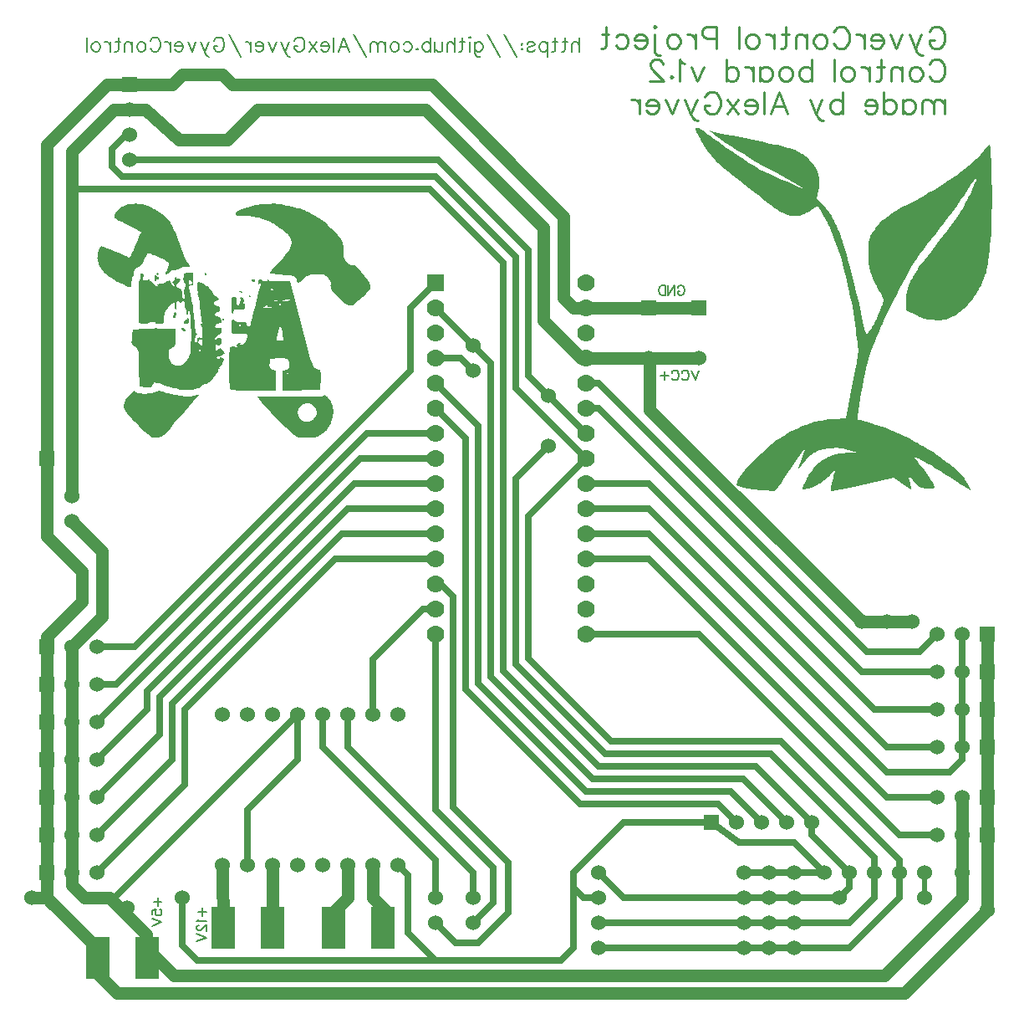
<source format=gbl>
G04 Layer: BottomLayer*
G04 EasyEDA v6.5.22, 2022-11-15 12:52:14*
G04 f3081522d4404d6e965df70c81d772e4,770f52a9c06342aeb7d9f723a0e8078a,10*
G04 Gerber Generator version 0.2*
G04 Scale: 100 percent, Rotated: No, Reflected: No *
G04 Dimensions in inches *
G04 leading zeros omitted , absolute positions ,3 integer and 6 decimal *
%FSLAX36Y36*%
%MOIN*%

%ADD10C,0.0080*%
%ADD11C,0.0100*%
%ADD12C,0.0500*%
%ADD13C,0.0250*%
%ADD14C,0.0200*%
%ADD15R,0.0937X0.1687*%
%ADD16C,0.0600*%
%ADD17R,0.0600X0.0600*%
%ADD18R,0.0700X0.0700*%
%ADD19C,0.0700*%
%ADD20C,0.0131*%

%LPD*%
G36*
X2693620Y-430700D02*
G01*
X2691560Y-430740D01*
X2689860Y-430880D01*
X2688500Y-431160D01*
X2687520Y-431659D01*
X2686860Y-432400D01*
X2686540Y-433440D01*
X2686560Y-434840D01*
X2686920Y-436640D01*
X2687580Y-438860D01*
X2688560Y-441599D01*
X2691460Y-448740D01*
X2692640Y-451460D01*
X2695920Y-458180D01*
X2700160Y-466200D01*
X2705059Y-475060D01*
X2710400Y-484260D01*
X2715899Y-493340D01*
X2721060Y-501460D01*
X2728100Y-511860D01*
X2734400Y-520780D01*
X2741019Y-529840D01*
X2749340Y-540840D01*
X2755720Y-548960D01*
X2761560Y-556060D01*
X2766000Y-561000D01*
X2771540Y-566660D01*
X2778020Y-572940D01*
X2785260Y-579680D01*
X2793140Y-586720D01*
X2803600Y-595760D01*
X2816700Y-606620D01*
X2825520Y-613620D01*
X2836320Y-621900D01*
X2849620Y-631920D01*
X2864780Y-643520D01*
X2883240Y-657820D01*
X2912740Y-681020D01*
X2936440Y-699940D01*
X2954920Y-714860D01*
X2964680Y-722520D01*
X2976820Y-731800D01*
X2986280Y-738840D01*
X2995320Y-745420D01*
X3003780Y-751380D01*
X3011480Y-756620D01*
X3018240Y-761020D01*
X3023900Y-764440D01*
X3026259Y-765759D01*
X3029900Y-767580D01*
X3035360Y-770140D01*
X3041019Y-772620D01*
X3046740Y-774980D01*
X3052340Y-777159D01*
X3057660Y-779060D01*
X3062520Y-780660D01*
X3066760Y-781840D01*
X3070419Y-782620D01*
X3074500Y-783100D01*
X3079040Y-783340D01*
X3083920Y-783319D01*
X3088960Y-783060D01*
X3094020Y-782580D01*
X3098960Y-781880D01*
X3103600Y-780960D01*
X3107500Y-779900D01*
X3111320Y-778600D01*
X3115480Y-776960D01*
X3119900Y-775020D01*
X3124480Y-772820D01*
X3129160Y-770420D01*
X3133820Y-767860D01*
X3138399Y-765180D01*
X3142780Y-762420D01*
X3146860Y-759659D01*
X3151860Y-756040D01*
X3157700Y-751979D01*
X3162960Y-748540D01*
X3167360Y-745879D01*
X3170700Y-744160D01*
X3171880Y-743680D01*
X3172720Y-743500D01*
X3173159Y-743600D01*
X3175299Y-746660D01*
X3185980Y-763220D01*
X3193220Y-774680D01*
X3197280Y-781440D01*
X3201800Y-789520D01*
X3206660Y-798620D01*
X3211680Y-808439D01*
X3216740Y-818660D01*
X3221640Y-829000D01*
X3226259Y-839140D01*
X3230440Y-848760D01*
X3237140Y-865240D01*
X3244320Y-884000D01*
X3250600Y-901060D01*
X3257260Y-920000D01*
X3260220Y-928780D01*
X3262820Y-936840D01*
X3268240Y-954720D01*
X3274180Y-975580D01*
X3281440Y-1002500D01*
X3286420Y-1022200D01*
X3290280Y-1038800D01*
X3294460Y-1057760D01*
X3300020Y-1084000D01*
X3304800Y-1107600D01*
X3308500Y-1126580D01*
X3311740Y-1144320D01*
X3315299Y-1164820D01*
X3319400Y-1189440D01*
X3323680Y-1216400D01*
X3326600Y-1235860D01*
X3328200Y-1247240D01*
X3331280Y-1271800D01*
X3332600Y-1283520D01*
X3333720Y-1294420D01*
X3334580Y-1304180D01*
X3335179Y-1312420D01*
X3335480Y-1318839D01*
X3335500Y-1321140D01*
X3335220Y-1326279D01*
X3334560Y-1332960D01*
X3333540Y-1341000D01*
X3332200Y-1350160D01*
X3330580Y-1360260D01*
X3328720Y-1371120D01*
X3326620Y-1382500D01*
X3323740Y-1397200D01*
X3312600Y-1449540D01*
X3306820Y-1477620D01*
X3302480Y-1499280D01*
X3298680Y-1518980D01*
X3295640Y-1535500D01*
X3286360Y-1588100D01*
X3235620Y-1591440D01*
X3226160Y-1592280D01*
X3213560Y-1593740D01*
X3203159Y-1595200D01*
X3187620Y-1597760D01*
X3177660Y-1599660D01*
X3168279Y-1601660D01*
X3159780Y-1603740D01*
X3152360Y-1605820D01*
X3144220Y-1608440D01*
X3135280Y-1611560D01*
X3125800Y-1615040D01*
X3113660Y-1619760D01*
X3104100Y-1623660D01*
X3094960Y-1627560D01*
X3086540Y-1631339D01*
X3079060Y-1634940D01*
X3071280Y-1638899D01*
X3062820Y-1643400D01*
X3051720Y-1649520D01*
X3038300Y-1657200D01*
X3029740Y-1662300D01*
X3021780Y-1667180D01*
X3014720Y-1671680D01*
X3009480Y-1675320D01*
X3003340Y-1679920D01*
X2996420Y-1685380D01*
X2988880Y-1691560D01*
X2980840Y-1698360D01*
X2970320Y-1707540D01*
X2961640Y-1715300D01*
X2948580Y-1727340D01*
X2940020Y-1735480D01*
X2933759Y-1741560D01*
X2925299Y-1749980D01*
X2918700Y-1756740D01*
X2910000Y-1765860D01*
X2899480Y-1777240D01*
X2891540Y-1786100D01*
X2884160Y-1794600D01*
X2877500Y-1802520D01*
X2871680Y-1809760D01*
X2866880Y-1816120D01*
X2864880Y-1818920D01*
X2861840Y-1823640D01*
X2858100Y-1830460D01*
X2856440Y-1833760D01*
X2853639Y-1840000D01*
X2852520Y-1842840D01*
X2851600Y-1845480D01*
X2850899Y-1847840D01*
X2850440Y-1849900D01*
X2850220Y-1851639D01*
X2850260Y-1852980D01*
X2850560Y-1853940D01*
X2851180Y-1854700D01*
X2852140Y-1855520D01*
X2853380Y-1856399D01*
X2856660Y-1858240D01*
X2860820Y-1860140D01*
X2865580Y-1861960D01*
X2870779Y-1863620D01*
X2874900Y-1864720D01*
X2882100Y-1866220D01*
X2891220Y-1867780D01*
X2901700Y-1869300D01*
X2912960Y-1870720D01*
X2921560Y-1871660D01*
X2946680Y-1873880D01*
X2968120Y-1875940D01*
X2977300Y-1876920D01*
X2984740Y-1877820D01*
X2989820Y-1878520D01*
X2993440Y-1878899D01*
X2995140Y-1878899D01*
X2996800Y-1878740D01*
X2998440Y-1878360D01*
X3000100Y-1877760D01*
X3001820Y-1876860D01*
X3003620Y-1875660D01*
X3005520Y-1874120D01*
X3007580Y-1872200D01*
X3009820Y-1869840D01*
X3012240Y-1867040D01*
X3014920Y-1863760D01*
X3021100Y-1855580D01*
X3028600Y-1845000D01*
X3037660Y-1831780D01*
X3080240Y-1767980D01*
X3109200Y-1725040D01*
X3119160Y-1710560D01*
X3125059Y-1702300D01*
X3126340Y-1700760D01*
X3126420Y-1700920D01*
X3126240Y-1702040D01*
X3124760Y-1707280D01*
X3121940Y-1715940D01*
X3118039Y-1727280D01*
X3113300Y-1740580D01*
X3103320Y-1767760D01*
X3095880Y-1787480D01*
X3093300Y-1793920D01*
X3093380Y-1794199D01*
X3093820Y-1793940D01*
X3094600Y-1793160D01*
X3097060Y-1790160D01*
X3102840Y-1782420D01*
X3108980Y-1774660D01*
X3118420Y-1763280D01*
X3126320Y-1754160D01*
X3129780Y-1750340D01*
X3133180Y-1746860D01*
X3136940Y-1743300D01*
X3140940Y-1739760D01*
X3145120Y-1736260D01*
X3149380Y-1732880D01*
X3153660Y-1729700D01*
X3157860Y-1726759D01*
X3161900Y-1724160D01*
X3165700Y-1721940D01*
X3169200Y-1720140D01*
X3172919Y-1718520D01*
X3176980Y-1716980D01*
X3181340Y-1715540D01*
X3186000Y-1714199D01*
X3190960Y-1712960D01*
X3196160Y-1711819D01*
X3201620Y-1710800D01*
X3207280Y-1709900D01*
X3213180Y-1709120D01*
X3219260Y-1708460D01*
X3225500Y-1707920D01*
X3238159Y-1707220D01*
X3244020Y-1707040D01*
X3249540Y-1707000D01*
X3254780Y-1707080D01*
X3259820Y-1707320D01*
X3264680Y-1707680D01*
X3269400Y-1708220D01*
X3274060Y-1708899D01*
X3278700Y-1709740D01*
X3283360Y-1710740D01*
X3288100Y-1711920D01*
X3297980Y-1714840D01*
X3332320Y-1726180D01*
X3291480Y-1726759D01*
X3286180Y-1726940D01*
X3280920Y-1727240D01*
X3275700Y-1727660D01*
X3270560Y-1728180D01*
X3265480Y-1728820D01*
X3255520Y-1730420D01*
X3245880Y-1732460D01*
X3241200Y-1733640D01*
X3236620Y-1734920D01*
X3232140Y-1736320D01*
X3227760Y-1737800D01*
X3223680Y-1739340D01*
X3219680Y-1741000D01*
X3215580Y-1742880D01*
X3211420Y-1744940D01*
X3207200Y-1747180D01*
X3202940Y-1749580D01*
X3198720Y-1752100D01*
X3194500Y-1754760D01*
X3186280Y-1760360D01*
X3182320Y-1763280D01*
X3178500Y-1766260D01*
X3174840Y-1769280D01*
X3171380Y-1772320D01*
X3168100Y-1775380D01*
X3164820Y-1778680D01*
X3161520Y-1782200D01*
X3158220Y-1785940D01*
X3154920Y-1789860D01*
X3151680Y-1793920D01*
X3148480Y-1798120D01*
X3145360Y-1802420D01*
X3140880Y-1808980D01*
X3138060Y-1813380D01*
X3135380Y-1817780D01*
X3132860Y-1822160D01*
X3130560Y-1826480D01*
X3128440Y-1830700D01*
X3122340Y-1843940D01*
X3117320Y-1855600D01*
X3115400Y-1860440D01*
X3113940Y-1864400D01*
X3113020Y-1867360D01*
X3112780Y-1868400D01*
X3112700Y-1869120D01*
X3113000Y-1870340D01*
X3113900Y-1871200D01*
X3115419Y-1871720D01*
X3117540Y-1871900D01*
X3120320Y-1871720D01*
X3123740Y-1871180D01*
X3127799Y-1870320D01*
X3134260Y-1868600D01*
X3138020Y-1867420D01*
X3146660Y-1864360D01*
X3156160Y-1860600D01*
X3161019Y-1858580D01*
X3170419Y-1854360D01*
X3174800Y-1852280D01*
X3178580Y-1850340D01*
X3182240Y-1848240D01*
X3186139Y-1845780D01*
X3190200Y-1843020D01*
X3194400Y-1839980D01*
X3198660Y-1836740D01*
X3202940Y-1833320D01*
X3207160Y-1829760D01*
X3211280Y-1826140D01*
X3215220Y-1822480D01*
X3218960Y-1818820D01*
X3222420Y-1815240D01*
X3230580Y-1806380D01*
X3234400Y-1802560D01*
X3237640Y-1799540D01*
X3240240Y-1797400D01*
X3242140Y-1796200D01*
X3242799Y-1795960D01*
X3243240Y-1795980D01*
X3243480Y-1796279D01*
X3243480Y-1796840D01*
X3242180Y-1801000D01*
X3240220Y-1807960D01*
X3237799Y-1817160D01*
X3235120Y-1827820D01*
X3230899Y-1845680D01*
X3229420Y-1852560D01*
X3228140Y-1858980D01*
X3227120Y-1864780D01*
X3226340Y-1869820D01*
X3225840Y-1873959D01*
X3225640Y-1877020D01*
X3225659Y-1878120D01*
X3225760Y-1878880D01*
X3225960Y-1879300D01*
X3226360Y-1879379D01*
X3228560Y-1879240D01*
X3232580Y-1878680D01*
X3245500Y-1876399D01*
X3264160Y-1872760D01*
X3287580Y-1867920D01*
X3333300Y-1858060D01*
X3477080Y-1825860D01*
X3531080Y-1861240D01*
X3547940Y-1872180D01*
X3542620Y-1846040D01*
X3537760Y-1824019D01*
X3537760Y-1823220D01*
X3537980Y-1822680D01*
X3538420Y-1822420D01*
X3539040Y-1822440D01*
X3539860Y-1822740D01*
X3540880Y-1823300D01*
X3542100Y-1824120D01*
X3545080Y-1826560D01*
X3548759Y-1830060D01*
X3553159Y-1834560D01*
X3562640Y-1844920D01*
X3566740Y-1849199D01*
X3570539Y-1852900D01*
X3574120Y-1856120D01*
X3577559Y-1858839D01*
X3580920Y-1861160D01*
X3584280Y-1863080D01*
X3587679Y-1864660D01*
X3591220Y-1865960D01*
X3594940Y-1867000D01*
X3598940Y-1867820D01*
X3603279Y-1868500D01*
X3609480Y-1869160D01*
X3615680Y-1869520D01*
X3621540Y-1869600D01*
X3626780Y-1869379D01*
X3631100Y-1868880D01*
X3632820Y-1868520D01*
X3634200Y-1868100D01*
X3635520Y-1867540D01*
X3636620Y-1866900D01*
X3637500Y-1866180D01*
X3638159Y-1865340D01*
X3638600Y-1864319D01*
X3638780Y-1863140D01*
X3638720Y-1861720D01*
X3638399Y-1860060D01*
X3637840Y-1858140D01*
X3636980Y-1855900D01*
X3635860Y-1853340D01*
X3632740Y-1847060D01*
X3628420Y-1839079D01*
X3624760Y-1832540D01*
X3619880Y-1824520D01*
X3614100Y-1815640D01*
X3606019Y-1803959D01*
X3599180Y-1794560D01*
X3592280Y-1785540D01*
X3585620Y-1777280D01*
X3577260Y-1767420D01*
X3572559Y-1761720D01*
X3568460Y-1756560D01*
X3565059Y-1752040D01*
X3562440Y-1748320D01*
X3560680Y-1745500D01*
X3560160Y-1744480D01*
X3559880Y-1743720D01*
X3559880Y-1743260D01*
X3560140Y-1743100D01*
X3561340Y-1743420D01*
X3563580Y-1744300D01*
X3566760Y-1745720D01*
X3575520Y-1749980D01*
X3586860Y-1755760D01*
X3599980Y-1762700D01*
X3611300Y-1768880D01*
X3625059Y-1776800D01*
X3643540Y-1787840D01*
X3661700Y-1798980D01*
X3685360Y-1813839D01*
X3699440Y-1822840D01*
X3730860Y-1843420D01*
X3743500Y-1851600D01*
X3754960Y-1858880D01*
X3764940Y-1865100D01*
X3773200Y-1870100D01*
X3779420Y-1873680D01*
X3783360Y-1875700D01*
X3784380Y-1876060D01*
X3784640Y-1876060D01*
X3784720Y-1875960D01*
X3784360Y-1874680D01*
X3783320Y-1872220D01*
X3779560Y-1864379D01*
X3774000Y-1853580D01*
X3767220Y-1841000D01*
X3763279Y-1834100D01*
X3761300Y-1830860D01*
X3758260Y-1826200D01*
X3756160Y-1823200D01*
X3753960Y-1820260D01*
X3751660Y-1817360D01*
X3749240Y-1814480D01*
X3746660Y-1811579D01*
X3743900Y-1808660D01*
X3737820Y-1802680D01*
X3730779Y-1796339D01*
X3722640Y-1789480D01*
X3713240Y-1781900D01*
X3702380Y-1773480D01*
X3691520Y-1765240D01*
X3676820Y-1754460D01*
X3660440Y-1742940D01*
X3649680Y-1735560D01*
X3632080Y-1723800D01*
X3612520Y-1711140D01*
X3602100Y-1704600D01*
X3592220Y-1698540D01*
X3584820Y-1694139D01*
X3577640Y-1690000D01*
X3569360Y-1685360D01*
X3560580Y-1680580D01*
X3549100Y-1674480D01*
X3539660Y-1669580D01*
X3525400Y-1662380D01*
X3516019Y-1657740D01*
X3495920Y-1648220D01*
X3487760Y-1644520D01*
X3480240Y-1641240D01*
X3473120Y-1638280D01*
X3464600Y-1634940D01*
X3455340Y-1631459D01*
X3443020Y-1627020D01*
X3430260Y-1622620D01*
X3419980Y-1619199D01*
X3407380Y-1615180D01*
X3397740Y-1612240D01*
X3388700Y-1609600D01*
X3365520Y-1603400D01*
X3341920Y-1596860D01*
X3334860Y-1594720D01*
X3332860Y-1594040D01*
X3332040Y-1593660D01*
X3332000Y-1592860D01*
X3332300Y-1589820D01*
X3333920Y-1577740D01*
X3336740Y-1558720D01*
X3340580Y-1534139D01*
X3347780Y-1489840D01*
X3352520Y-1462240D01*
X3357440Y-1435800D01*
X3363060Y-1407780D01*
X3367460Y-1387280D01*
X3371640Y-1369259D01*
X3373600Y-1361420D01*
X3375440Y-1354460D01*
X3377140Y-1348460D01*
X3378680Y-1343540D01*
X3383620Y-1329860D01*
X3390600Y-1311540D01*
X3399900Y-1287940D01*
X3410920Y-1260720D01*
X3418680Y-1242160D01*
X3424660Y-1228460D01*
X3431840Y-1212520D01*
X3441040Y-1192600D01*
X3451080Y-1171220D01*
X3462840Y-1146700D01*
X3475920Y-1119920D01*
X3485179Y-1101340D01*
X3499540Y-1073240D01*
X3512040Y-1049280D01*
X3525460Y-1024120D01*
X3535320Y-1006040D01*
X3543980Y-990560D01*
X3551000Y-978480D01*
X3553800Y-973920D01*
X3556560Y-969659D01*
X3560080Y-964460D01*
X3569200Y-951560D01*
X3580539Y-936020D01*
X3595240Y-916360D01*
X3611200Y-895480D01*
X3644920Y-852420D01*
X3659560Y-833520D01*
X3676200Y-811820D01*
X3694020Y-788259D01*
X3708980Y-768220D01*
X3719560Y-753840D01*
X3728940Y-740819D01*
X3744460Y-718740D01*
X3758420Y-698360D01*
X3769940Y-681200D01*
X3779840Y-666120D01*
X3791440Y-647580D01*
X3795340Y-641480D01*
X3798960Y-636020D01*
X3802180Y-631340D01*
X3804940Y-627560D01*
X3807120Y-624820D01*
X3808660Y-623240D01*
X3809160Y-622920D01*
X3809460Y-622940D01*
X3809680Y-623760D01*
X3809620Y-625340D01*
X3809260Y-627580D01*
X3808639Y-630420D01*
X3807780Y-633740D01*
X3805440Y-641500D01*
X3803519Y-647020D01*
X3801100Y-653240D01*
X3797860Y-660939D01*
X3794020Y-669700D01*
X3789700Y-679180D01*
X3782740Y-693940D01*
X3778000Y-703580D01*
X3773920Y-711580D01*
X3769560Y-719780D01*
X3764760Y-728560D01*
X3758320Y-739980D01*
X3751620Y-751520D01*
X3743620Y-764900D01*
X3738500Y-773180D01*
X3733680Y-780699D01*
X3726440Y-791440D01*
X3717180Y-804520D01*
X3705940Y-819980D01*
X3688240Y-843800D01*
X3674380Y-862099D01*
X3660280Y-880460D01*
X3626180Y-924120D01*
X3598540Y-959720D01*
X3578120Y-986460D01*
X3572020Y-995100D01*
X3565380Y-1005020D01*
X3559020Y-1014980D01*
X3553720Y-1023760D01*
X3551840Y-1027159D01*
X3547740Y-1035440D01*
X3543399Y-1045020D01*
X3540220Y-1052600D01*
X3536340Y-1062600D01*
X3533200Y-1071720D01*
X3531940Y-1076080D01*
X3530800Y-1080640D01*
X3529780Y-1085360D01*
X3528880Y-1090200D01*
X3528100Y-1095140D01*
X3527480Y-1100140D01*
X3526980Y-1105180D01*
X3526620Y-1110220D01*
X3526400Y-1115240D01*
X3526340Y-1120200D01*
X3526420Y-1125040D01*
X3528120Y-1158260D01*
X3569860Y-1179440D01*
X3579680Y-1184060D01*
X3584240Y-1186040D01*
X3588639Y-1187820D01*
X3592919Y-1189380D01*
X3597140Y-1190780D01*
X3601320Y-1192000D01*
X3605520Y-1193060D01*
X3609800Y-1193980D01*
X3614180Y-1194780D01*
X3618740Y-1195440D01*
X3623500Y-1196000D01*
X3628519Y-1196480D01*
X3633860Y-1196880D01*
X3646259Y-1197500D01*
X3652360Y-1197680D01*
X3657940Y-1197740D01*
X3663080Y-1197640D01*
X3667840Y-1197380D01*
X3672340Y-1196940D01*
X3676620Y-1196320D01*
X3680800Y-1195500D01*
X3684960Y-1194440D01*
X3689160Y-1193160D01*
X3693500Y-1191640D01*
X3698039Y-1189860D01*
X3708159Y-1185440D01*
X3711640Y-1183760D01*
X3715220Y-1181900D01*
X3718900Y-1179840D01*
X3722660Y-1177600D01*
X3730360Y-1172620D01*
X3734260Y-1169920D01*
X3740120Y-1165600D01*
X3747940Y-1159460D01*
X3755600Y-1152940D01*
X3762980Y-1146140D01*
X3768279Y-1140900D01*
X3774420Y-1134320D01*
X3780680Y-1127060D01*
X3787000Y-1119220D01*
X3793260Y-1110920D01*
X3797880Y-1104480D01*
X3803860Y-1095680D01*
X3806760Y-1091220D01*
X3810940Y-1084500D01*
X3816180Y-1075560D01*
X3820960Y-1066780D01*
X3825560Y-1057600D01*
X3829900Y-1048240D01*
X3833980Y-1038760D01*
X3836840Y-1031600D01*
X3840380Y-1022099D01*
X3843540Y-1012700D01*
X3845000Y-1008080D01*
X3847580Y-999000D01*
X3849740Y-990240D01*
X3851300Y-982640D01*
X3852300Y-976740D01*
X3854480Y-961780D01*
X3856760Y-943439D01*
X3859320Y-919980D01*
X3861480Y-897640D01*
X3863220Y-877740D01*
X3865179Y-851020D01*
X3866240Y-831220D01*
X3867120Y-809160D01*
X3867740Y-787740D01*
X3868159Y-767680D01*
X3868480Y-741640D01*
X3868600Y-720260D01*
X3868560Y-695960D01*
X3868300Y-668960D01*
X3867940Y-647640D01*
X3867140Y-616140D01*
X3866280Y-587900D01*
X3865299Y-562340D01*
X3864300Y-540280D01*
X3863279Y-522600D01*
X3862300Y-510160D01*
X3861840Y-506160D01*
X3861400Y-503780D01*
X3860539Y-501700D01*
X3859760Y-500379D01*
X3858920Y-499480D01*
X3858000Y-499020D01*
X3856940Y-499060D01*
X3855720Y-499560D01*
X3854320Y-500600D01*
X3852679Y-502140D01*
X3850800Y-504240D01*
X3848620Y-506920D01*
X3841380Y-516560D01*
X3836440Y-522580D01*
X3830220Y-529620D01*
X3823060Y-537380D01*
X3815240Y-545540D01*
X3805000Y-555840D01*
X3796760Y-563740D01*
X3790240Y-569760D01*
X3783399Y-575740D01*
X3775800Y-582180D01*
X3767580Y-588920D01*
X3758940Y-595840D01*
X3745520Y-606280D01*
X3734300Y-614720D01*
X3725560Y-621120D01*
X3717180Y-627060D01*
X3709540Y-632300D01*
X3693360Y-643060D01*
X3668740Y-658980D01*
X3648420Y-671740D01*
X3631720Y-681979D01*
X3617520Y-690380D01*
X3602640Y-698860D01*
X3585280Y-708540D01*
X3561600Y-721480D01*
X3535260Y-735600D01*
X3507380Y-750220D01*
X3497220Y-755740D01*
X3487520Y-761240D01*
X3478300Y-766700D01*
X3469580Y-772080D01*
X3459440Y-778740D01*
X3451940Y-783960D01*
X3445000Y-789080D01*
X3438639Y-794100D01*
X3432900Y-799000D01*
X3427760Y-803780D01*
X3424520Y-807039D01*
X3421220Y-810520D01*
X3417880Y-814220D01*
X3411240Y-822080D01*
X3404840Y-830240D01*
X3401800Y-834340D01*
X3398920Y-838400D01*
X3396220Y-842380D01*
X3393720Y-846240D01*
X3391480Y-849940D01*
X3389500Y-853439D01*
X3387840Y-856700D01*
X3384160Y-864700D01*
X3382600Y-868480D01*
X3381240Y-872159D01*
X3380040Y-875860D01*
X3379020Y-879599D01*
X3378140Y-883439D01*
X3377400Y-887480D01*
X3376780Y-891740D01*
X3376280Y-896300D01*
X3375899Y-901220D01*
X3375620Y-906580D01*
X3375320Y-918780D01*
X3375299Y-933439D01*
X3375480Y-946340D01*
X3375880Y-957640D01*
X3376560Y-967680D01*
X3377020Y-972320D01*
X3377580Y-976780D01*
X3378240Y-981100D01*
X3379000Y-985320D01*
X3379880Y-989460D01*
X3380880Y-993600D01*
X3382000Y-997740D01*
X3383260Y-1001960D01*
X3386200Y-1010759D01*
X3389780Y-1020340D01*
X3393460Y-1029419D01*
X3397700Y-1039140D01*
X3403500Y-1051620D01*
X3408320Y-1061380D01*
X3413060Y-1070520D01*
X3417559Y-1078640D01*
X3422360Y-1086620D01*
X3425580Y-1092160D01*
X3428519Y-1097580D01*
X3431120Y-1102720D01*
X3433320Y-1107460D01*
X3435020Y-1111620D01*
X3436200Y-1115080D01*
X3436740Y-1117700D01*
X3436780Y-1118660D01*
X3436460Y-1120460D01*
X3435760Y-1123180D01*
X3434680Y-1126720D01*
X3431560Y-1135860D01*
X3427400Y-1147060D01*
X3422480Y-1159560D01*
X3417820Y-1170820D01*
X3413360Y-1180820D01*
X3408500Y-1191180D01*
X3403420Y-1201460D01*
X3398360Y-1211280D01*
X3393480Y-1220240D01*
X3389000Y-1227940D01*
X3384720Y-1234620D01*
X3380299Y-1240820D01*
X3378180Y-1243540D01*
X3376160Y-1245960D01*
X3374260Y-1248060D01*
X3372520Y-1249820D01*
X3370940Y-1251220D01*
X3369560Y-1252220D01*
X3368399Y-1252800D01*
X3367480Y-1252920D01*
X3366820Y-1252580D01*
X3366220Y-1251460D01*
X3365419Y-1249360D01*
X3363340Y-1242460D01*
X3360740Y-1232460D01*
X3357760Y-1220000D01*
X3354560Y-1205680D01*
X3346940Y-1169520D01*
X3338800Y-1133080D01*
X3327720Y-1084960D01*
X3320520Y-1054500D01*
X3314040Y-1027600D01*
X3307400Y-1001060D01*
X3300880Y-976440D01*
X3294860Y-954599D01*
X3289560Y-936020D01*
X3283580Y-915840D01*
X3277840Y-897340D01*
X3272540Y-881060D01*
X3267799Y-867580D01*
X3265220Y-860819D01*
X3258920Y-845260D01*
X3254440Y-834760D01*
X3248720Y-821919D01*
X3244180Y-812140D01*
X3239800Y-803060D01*
X3234700Y-793060D01*
X3231060Y-786400D01*
X3229420Y-783600D01*
X3224920Y-776660D01*
X3219100Y-768360D01*
X3212620Y-759700D01*
X3205860Y-751140D01*
X3199160Y-743139D01*
X3195940Y-739479D01*
X3192880Y-736160D01*
X3170620Y-713100D01*
X3177160Y-682500D01*
X3178020Y-677440D01*
X3178759Y-672099D01*
X3179380Y-666580D01*
X3179840Y-660980D01*
X3180160Y-655400D01*
X3180320Y-649980D01*
X3180320Y-644800D01*
X3180140Y-639960D01*
X3179800Y-635600D01*
X3179280Y-631680D01*
X3178500Y-627500D01*
X3177520Y-623080D01*
X3176340Y-618460D01*
X3175000Y-613740D01*
X3173540Y-609040D01*
X3171960Y-604420D01*
X3170320Y-599980D01*
X3168620Y-595800D01*
X3166900Y-592000D01*
X3165120Y-588540D01*
X3163000Y-584900D01*
X3160520Y-581060D01*
X3157720Y-577060D01*
X3154720Y-573020D01*
X3151520Y-569000D01*
X3148220Y-565080D01*
X3144880Y-561340D01*
X3141540Y-557860D01*
X3138260Y-554700D01*
X3135059Y-551880D01*
X3131560Y-548980D01*
X3127760Y-546000D01*
X3123740Y-543000D01*
X3115380Y-537140D01*
X3111220Y-534380D01*
X3103279Y-529520D01*
X3099680Y-527520D01*
X3096300Y-525820D01*
X3092440Y-524040D01*
X3083279Y-520220D01*
X3072880Y-516280D01*
X3062060Y-512560D01*
X3056740Y-510860D01*
X3046760Y-507980D01*
X3036220Y-505240D01*
X3025179Y-502540D01*
X3014440Y-500100D01*
X3004840Y-498120D01*
X2983580Y-494140D01*
X2948440Y-487100D01*
X2898260Y-476780D01*
X2835580Y-463640D01*
X2807860Y-457700D01*
X2764120Y-448040D01*
X2750500Y-444860D01*
X2743279Y-442939D01*
X2742940Y-442980D01*
X2742860Y-443200D01*
X2743060Y-443620D01*
X2744260Y-445020D01*
X2746460Y-447100D01*
X2749580Y-449799D01*
X2758320Y-456820D01*
X2769940Y-465660D01*
X2779460Y-472620D01*
X2792540Y-481780D01*
X2808060Y-492239D01*
X2829660Y-506400D01*
X2843200Y-515060D01*
X2858980Y-524960D01*
X2878420Y-536840D01*
X2891920Y-544840D01*
X2924820Y-563880D01*
X2965880Y-587180D01*
X3006040Y-609640D01*
X3075539Y-647860D01*
X3098480Y-660759D01*
X3115500Y-670600D01*
X3121320Y-674100D01*
X3125100Y-676500D01*
X3126160Y-677260D01*
X3126640Y-677720D01*
X3126640Y-677820D01*
X3126120Y-677800D01*
X3122880Y-676760D01*
X3117000Y-674500D01*
X3108820Y-671140D01*
X3086700Y-661680D01*
X3058980Y-649400D01*
X3024320Y-633840D01*
X3001740Y-623820D01*
X2982200Y-615300D01*
X2967280Y-608940D01*
X2958560Y-605400D01*
X2954960Y-603700D01*
X2950040Y-601100D01*
X2943940Y-597680D01*
X2936780Y-593520D01*
X2919760Y-583220D01*
X2899940Y-570820D01*
X2872760Y-553260D01*
X2856420Y-542460D01*
X2833300Y-526840D01*
X2810059Y-510820D01*
X2792160Y-498280D01*
X2775500Y-486440D01*
X2760700Y-475700D01*
X2748340Y-466480D01*
X2743260Y-462580D01*
X2737480Y-458000D01*
X2727460Y-450400D01*
X2717880Y-443640D01*
X2709200Y-438020D01*
X2705320Y-435720D01*
X2701860Y-433800D01*
X2698840Y-432320D01*
X2696320Y-431300D01*
X2694380Y-430760D01*
G37*
G36*
X1002700Y-733600D02*
G01*
X989180Y-733840D01*
X973820Y-734400D01*
X963379Y-735020D01*
X953620Y-735920D01*
X948900Y-736480D01*
X939640Y-737880D01*
X930440Y-739680D01*
X921040Y-741919D01*
X911200Y-744640D01*
X900660Y-747900D01*
X885720Y-752940D01*
X877860Y-755740D01*
X871360Y-758220D01*
X866100Y-760480D01*
X863880Y-761520D01*
X860220Y-763520D01*
X857500Y-765460D01*
X856440Y-766420D01*
X855540Y-767380D01*
X854840Y-768360D01*
X854260Y-769380D01*
X853840Y-770420D01*
X853520Y-771520D01*
X853100Y-774220D01*
X853000Y-775620D01*
X853020Y-776820D01*
X853199Y-777880D01*
X853600Y-778780D01*
X854220Y-779520D01*
X855120Y-780160D01*
X856340Y-780660D01*
X857900Y-781060D01*
X859840Y-781380D01*
X862200Y-781620D01*
X868300Y-781880D01*
X883580Y-782000D01*
X892820Y-782340D01*
X903080Y-783120D01*
X908420Y-783640D01*
X916480Y-784580D01*
X926940Y-786060D01*
X936540Y-787740D01*
X945140Y-789680D01*
X954599Y-792360D01*
X964760Y-795699D01*
X972540Y-798500D01*
X982640Y-802500D01*
X991940Y-806560D01*
X996100Y-808580D01*
X999960Y-810580D01*
X1004020Y-812840D01*
X1008300Y-815380D01*
X1017300Y-821060D01*
X1026480Y-827300D01*
X1031000Y-830520D01*
X1039520Y-836960D01*
X1043439Y-840080D01*
X1047020Y-843080D01*
X1051660Y-847240D01*
X1057040Y-852360D01*
X1061620Y-857120D01*
X1063640Y-859360D01*
X1065460Y-861540D01*
X1067100Y-863660D01*
X1069900Y-867740D01*
X1071040Y-869720D01*
X1072020Y-871640D01*
X1072860Y-873540D01*
X1073560Y-875420D01*
X1074100Y-877300D01*
X1074520Y-879140D01*
X1074900Y-881540D01*
X1075120Y-883960D01*
X1075200Y-886420D01*
X1075120Y-888900D01*
X1074900Y-891440D01*
X1074520Y-894040D01*
X1073980Y-896700D01*
X1073300Y-899400D01*
X1072460Y-902200D01*
X1071460Y-905060D01*
X1070300Y-908020D01*
X1068440Y-912200D01*
X1067000Y-914800D01*
X1065120Y-917820D01*
X1062840Y-921220D01*
X1057200Y-929020D01*
X1050340Y-937820D01*
X1042540Y-947260D01*
X1038400Y-952120D01*
X1027540Y-964300D01*
X1005540Y-987860D01*
X1000580Y-993379D01*
X996720Y-997900D01*
X993840Y-1001560D01*
X991900Y-1004460D01*
X991260Y-1005660D01*
X990819Y-1006700D01*
X990580Y-1007600D01*
X990520Y-1008400D01*
X990639Y-1009060D01*
X990920Y-1009640D01*
X991380Y-1010140D01*
X991979Y-1010560D01*
X992720Y-1010939D01*
X994580Y-1011580D01*
X996600Y-1012020D01*
X999520Y-1012520D01*
X1007660Y-1013580D01*
X1018199Y-1014700D01*
X1030320Y-1015780D01*
X1050740Y-1017280D01*
X1057640Y-1017920D01*
X1063920Y-1018620D01*
X1069540Y-1019400D01*
X1074540Y-1020260D01*
X1078880Y-1021180D01*
X1082580Y-1022180D01*
X1085640Y-1023259D01*
X1088060Y-1024400D01*
X1089840Y-1025620D01*
X1091280Y-1027039D01*
X1092640Y-1028620D01*
X1093880Y-1030340D01*
X1094960Y-1032120D01*
X1095840Y-1033920D01*
X1096520Y-1035699D01*
X1096940Y-1037360D01*
X1097300Y-1041800D01*
X1097880Y-1044599D01*
X1098740Y-1046940D01*
X1099780Y-1048540D01*
X1100640Y-1048780D01*
X1102100Y-1048420D01*
X1104040Y-1047520D01*
X1106420Y-1046140D01*
X1109160Y-1044300D01*
X1112140Y-1042060D01*
X1115340Y-1039479D01*
X1120920Y-1034599D01*
X1125740Y-1030620D01*
X1130680Y-1026860D01*
X1135500Y-1023500D01*
X1139920Y-1020720D01*
X1143680Y-1018700D01*
X1146420Y-1017620D01*
X1149460Y-1016860D01*
X1153220Y-1016140D01*
X1157580Y-1015520D01*
X1162380Y-1014980D01*
X1167500Y-1014560D01*
X1172780Y-1014240D01*
X1178060Y-1014100D01*
X1183980Y-1014080D01*
X1189800Y-1014180D01*
X1194680Y-1014460D01*
X1198840Y-1014960D01*
X1200680Y-1015320D01*
X1202420Y-1015780D01*
X1204060Y-1016320D01*
X1205620Y-1016960D01*
X1207140Y-1017700D01*
X1208620Y-1018560D01*
X1211620Y-1020680D01*
X1214760Y-1023360D01*
X1218260Y-1026680D01*
X1222900Y-1031360D01*
X1225240Y-1033900D01*
X1227240Y-1036220D01*
X1228900Y-1038379D01*
X1230240Y-1040400D01*
X1231280Y-1042300D01*
X1232040Y-1044160D01*
X1232520Y-1045980D01*
X1232760Y-1047780D01*
X1232760Y-1049640D01*
X1232540Y-1051540D01*
X1231700Y-1055840D01*
X1231500Y-1058320D01*
X1231500Y-1060940D01*
X1231720Y-1063600D01*
X1232120Y-1066220D01*
X1232700Y-1068740D01*
X1233460Y-1071060D01*
X1234400Y-1073100D01*
X1235800Y-1075380D01*
X1237940Y-1078380D01*
X1240680Y-1081960D01*
X1243940Y-1086000D01*
X1247620Y-1090380D01*
X1251600Y-1094940D01*
X1257900Y-1101900D01*
X1261780Y-1106000D01*
X1269160Y-1113360D01*
X1276760Y-1120440D01*
X1284019Y-1126760D01*
X1287340Y-1129460D01*
X1290380Y-1131780D01*
X1293020Y-1133660D01*
X1296639Y-1135880D01*
X1298940Y-1137140D01*
X1301080Y-1138180D01*
X1303080Y-1139020D01*
X1304980Y-1139640D01*
X1306800Y-1140080D01*
X1308560Y-1140320D01*
X1310300Y-1140360D01*
X1312000Y-1140220D01*
X1313740Y-1139900D01*
X1315500Y-1139400D01*
X1317340Y-1138740D01*
X1319340Y-1137700D01*
X1322060Y-1135940D01*
X1325420Y-1133520D01*
X1329319Y-1130520D01*
X1333680Y-1127020D01*
X1343400Y-1118780D01*
X1353899Y-1109360D01*
X1359220Y-1104400D01*
X1366020Y-1097880D01*
X1371900Y-1092060D01*
X1376879Y-1086900D01*
X1381020Y-1082300D01*
X1384400Y-1078220D01*
X1387040Y-1074560D01*
X1389000Y-1071300D01*
X1389740Y-1069780D01*
X1390340Y-1068320D01*
X1390780Y-1066940D01*
X1391100Y-1065600D01*
X1391279Y-1064320D01*
X1391339Y-1063060D01*
X1391279Y-1061900D01*
X1390720Y-1059240D01*
X1389620Y-1056100D01*
X1387960Y-1052460D01*
X1385760Y-1048360D01*
X1383040Y-1043780D01*
X1379760Y-1038740D01*
X1375960Y-1033259D01*
X1371620Y-1027300D01*
X1366759Y-1020900D01*
X1361879Y-1014700D01*
X1357360Y-1009160D01*
X1352860Y-1003860D01*
X1348500Y-998880D01*
X1344319Y-994300D01*
X1340400Y-990200D01*
X1336840Y-986640D01*
X1333680Y-983720D01*
X1331040Y-981520D01*
X1328940Y-980120D01*
X1328140Y-979720D01*
X1324319Y-978620D01*
X1320400Y-978020D01*
X1316860Y-977960D01*
X1314139Y-978480D01*
X1312840Y-978580D01*
X1311120Y-978120D01*
X1309060Y-977120D01*
X1306740Y-975639D01*
X1304220Y-973760D01*
X1301579Y-971480D01*
X1298899Y-968900D01*
X1294620Y-964160D01*
X1291780Y-960699D01*
X1289460Y-957500D01*
X1288480Y-955939D01*
X1286860Y-952800D01*
X1286200Y-951180D01*
X1285160Y-947700D01*
X1284760Y-945819D01*
X1284160Y-941620D01*
X1283800Y-936700D01*
X1283640Y-930920D01*
X1283500Y-918439D01*
X1283280Y-913139D01*
X1282880Y-908120D01*
X1282320Y-903379D01*
X1281579Y-898880D01*
X1280660Y-894580D01*
X1279560Y-890480D01*
X1278260Y-886520D01*
X1276780Y-882700D01*
X1275100Y-878980D01*
X1273660Y-876320D01*
X1271700Y-873220D01*
X1269260Y-869740D01*
X1266400Y-865920D01*
X1263180Y-861840D01*
X1259620Y-857520D01*
X1255800Y-853080D01*
X1251740Y-848520D01*
X1247520Y-843940D01*
X1238740Y-834900D01*
X1234300Y-830560D01*
X1227220Y-824020D01*
X1219480Y-817220D01*
X1215440Y-813800D01*
X1205100Y-805380D01*
X1196820Y-798960D01*
X1188840Y-793040D01*
X1181400Y-787820D01*
X1174720Y-783520D01*
X1171180Y-781400D01*
X1166840Y-778960D01*
X1157260Y-773900D01*
X1149580Y-770100D01*
X1136520Y-764060D01*
X1126480Y-759800D01*
X1117400Y-756320D01*
X1108880Y-753520D01*
X1099080Y-750660D01*
X1088460Y-747820D01*
X1077620Y-745180D01*
X1067120Y-742880D01*
X1057580Y-741040D01*
X1031800Y-736680D01*
X1023180Y-735120D01*
X1018340Y-734140D01*
X1016300Y-733880D01*
X1012900Y-733700D01*
X1008300Y-733600D01*
G37*
G36*
X451800Y-733760D02*
G01*
X446160Y-733880D01*
X440760Y-734160D01*
X435600Y-734620D01*
X430720Y-735240D01*
X426100Y-736020D01*
X421680Y-737000D01*
X417440Y-738160D01*
X413340Y-739520D01*
X409360Y-741080D01*
X405480Y-742860D01*
X401640Y-744860D01*
X397840Y-747120D01*
X394000Y-749760D01*
X390160Y-752780D01*
X386440Y-756040D01*
X382920Y-759460D01*
X379720Y-762960D01*
X376940Y-766400D01*
X374680Y-769700D01*
X373760Y-771280D01*
X371460Y-775680D01*
X369760Y-779260D01*
X368680Y-782159D01*
X368200Y-784560D01*
X368300Y-786580D01*
X368960Y-788400D01*
X370160Y-790160D01*
X372440Y-792480D01*
X374140Y-793680D01*
X379840Y-797060D01*
X388200Y-801540D01*
X398640Y-806840D01*
X410640Y-812680D01*
X436900Y-824900D01*
X448960Y-830740D01*
X459360Y-836040D01*
X467640Y-840560D01*
X470820Y-842440D01*
X473300Y-844040D01*
X475000Y-845300D01*
X475880Y-846220D01*
X475980Y-846540D01*
X475760Y-847500D01*
X474200Y-851860D01*
X471320Y-859040D01*
X467320Y-868540D01*
X462440Y-879840D01*
X456860Y-892440D01*
X450880Y-905639D01*
X445040Y-917960D01*
X439680Y-928760D01*
X435000Y-937580D01*
X433020Y-941080D01*
X431300Y-943920D01*
X429880Y-946000D01*
X428800Y-947300D01*
X428400Y-947640D01*
X428100Y-947760D01*
X427100Y-947540D01*
X422600Y-945920D01*
X415120Y-942880D01*
X405200Y-938680D01*
X393400Y-933520D01*
X366380Y-921340D01*
X353040Y-915600D01*
X340940Y-910740D01*
X335540Y-908700D01*
X326300Y-905520D01*
X322640Y-904440D01*
X319700Y-903740D01*
X317540Y-903420D01*
X316780Y-903400D01*
X316260Y-903520D01*
X314940Y-904300D01*
X313540Y-905660D01*
X312100Y-907520D01*
X310660Y-909800D01*
X309260Y-912420D01*
X307960Y-915320D01*
X306780Y-918420D01*
X305780Y-921620D01*
X304620Y-926260D01*
X303580Y-931280D01*
X302700Y-936420D01*
X302020Y-941400D01*
X301600Y-945980D01*
X301460Y-949840D01*
X301540Y-951660D01*
X301740Y-953720D01*
X302540Y-958379D01*
X303740Y-963500D01*
X305280Y-968840D01*
X307080Y-974060D01*
X309100Y-978940D01*
X310600Y-981880D01*
X312600Y-985180D01*
X315000Y-988760D01*
X317780Y-992540D01*
X320840Y-996460D01*
X324140Y-1000400D01*
X327620Y-1004340D01*
X331200Y-1008160D01*
X334840Y-1011800D01*
X338459Y-1015180D01*
X341680Y-1017960D01*
X345300Y-1020879D01*
X349240Y-1023920D01*
X357939Y-1030120D01*
X367239Y-1036240D01*
X371940Y-1039160D01*
X381220Y-1044539D01*
X385640Y-1046919D01*
X389860Y-1049020D01*
X405060Y-1056120D01*
X416079Y-1060960D01*
X420760Y-1062920D01*
X424680Y-1064460D01*
X427680Y-1065540D01*
X430820Y-1066420D01*
X432520Y-1066760D01*
X433940Y-1066840D01*
X435100Y-1066620D01*
X436019Y-1066060D01*
X436740Y-1065080D01*
X437280Y-1063640D01*
X437640Y-1061680D01*
X437879Y-1059180D01*
X438040Y-1056060D01*
X438200Y-1043520D01*
X438440Y-1039479D01*
X438820Y-1035720D01*
X439320Y-1032340D01*
X439940Y-1029419D01*
X440640Y-1027060D01*
X441420Y-1025380D01*
X443860Y-1022580D01*
X445180Y-1019440D01*
X446079Y-1015460D01*
X446540Y-1008720D01*
X446940Y-1006240D01*
X447580Y-1003700D01*
X448420Y-1001180D01*
X449440Y-998720D01*
X450600Y-996440D01*
X451880Y-994380D01*
X453260Y-992640D01*
X454780Y-991120D01*
X456460Y-989700D01*
X458260Y-988400D01*
X460120Y-987280D01*
X461980Y-986360D01*
X463780Y-985660D01*
X465480Y-985220D01*
X468140Y-984860D01*
X469380Y-984300D01*
X470720Y-983360D01*
X472140Y-982060D01*
X473660Y-980420D01*
X475240Y-978439D01*
X476880Y-976140D01*
X478579Y-973500D01*
X482160Y-967320D01*
X489200Y-953220D01*
X492500Y-946900D01*
X495600Y-941280D01*
X498360Y-936660D01*
X500600Y-933319D01*
X501480Y-932200D01*
X502180Y-931520D01*
X502680Y-931300D01*
X503400Y-931180D01*
X504380Y-931200D01*
X506960Y-931580D01*
X510360Y-932420D01*
X514480Y-933660D01*
X519280Y-935300D01*
X524640Y-937320D01*
X530520Y-939659D01*
X536820Y-942320D01*
X543460Y-945280D01*
X551300Y-948900D01*
X559200Y-952680D01*
X566000Y-956080D01*
X571720Y-959140D01*
X576460Y-961900D01*
X580240Y-964400D01*
X583160Y-966660D01*
X584300Y-967720D01*
X585260Y-968760D01*
X586020Y-969740D01*
X586600Y-970680D01*
X587000Y-971620D01*
X587240Y-972520D01*
X587320Y-973400D01*
X587240Y-974620D01*
X587020Y-976080D01*
X586160Y-979599D01*
X584860Y-983760D01*
X583160Y-988319D01*
X581160Y-993020D01*
X578940Y-997660D01*
X575660Y-1004200D01*
X574500Y-1006700D01*
X573660Y-1008740D01*
X573140Y-1010360D01*
X572920Y-1011620D01*
X573000Y-1012560D01*
X573400Y-1013220D01*
X574080Y-1013660D01*
X575080Y-1013920D01*
X577940Y-1014080D01*
X579540Y-1013900D01*
X581220Y-1013420D01*
X582940Y-1012660D01*
X584680Y-1011640D01*
X586340Y-1010400D01*
X587900Y-1009000D01*
X589300Y-1007440D01*
X591940Y-1003800D01*
X593660Y-1002099D01*
X595620Y-1000680D01*
X597860Y-999520D01*
X600400Y-998620D01*
X603240Y-998000D01*
X606380Y-997620D01*
X612820Y-997360D01*
X615840Y-997000D01*
X618820Y-996420D01*
X621680Y-995660D01*
X624340Y-994740D01*
X626700Y-993700D01*
X628700Y-992520D01*
X631840Y-990000D01*
X633980Y-988840D01*
X636580Y-987780D01*
X639540Y-986860D01*
X642780Y-986100D01*
X646220Y-985540D01*
X649760Y-985180D01*
X656720Y-985020D01*
X662740Y-984680D01*
X665240Y-984419D01*
X667320Y-984100D01*
X668880Y-983740D01*
X669860Y-983340D01*
X670200Y-982900D01*
X670000Y-982140D01*
X668439Y-979020D01*
X665660Y-974240D01*
X659280Y-964200D01*
X657880Y-961780D01*
X654599Y-955400D01*
X650819Y-947260D01*
X646700Y-937740D01*
X642400Y-927260D01*
X638100Y-916180D01*
X629320Y-891900D01*
X624320Y-878520D01*
X615820Y-857020D01*
X611620Y-846900D01*
X607640Y-837620D01*
X604000Y-829520D01*
X600140Y-821540D01*
X597400Y-816200D01*
X594720Y-811340D01*
X592100Y-806880D01*
X589460Y-802800D01*
X586780Y-799020D01*
X584000Y-795480D01*
X581100Y-792159D01*
X578020Y-788980D01*
X574740Y-785900D01*
X571200Y-782840D01*
X567340Y-779780D01*
X563480Y-776880D01*
X559520Y-774060D01*
X550720Y-768160D01*
X541380Y-762240D01*
X532200Y-756780D01*
X527900Y-754360D01*
X519760Y-750160D01*
X514900Y-747880D01*
X504680Y-743480D01*
X499620Y-741480D01*
X494780Y-739680D01*
X490360Y-738160D01*
X486460Y-736960D01*
X483040Y-736100D01*
X478980Y-735400D01*
X474240Y-734820D01*
X468980Y-734340D01*
X463360Y-734000D01*
X457580Y-733800D01*
G37*
G36*
X732380Y-1009920D02*
G01*
X730759Y-1010260D01*
X729440Y-1011140D01*
X728560Y-1012460D01*
X728220Y-1014080D01*
X728560Y-1015680D01*
X729440Y-1017000D01*
X730759Y-1017880D01*
X732380Y-1018220D01*
X733980Y-1017880D01*
X735300Y-1017000D01*
X736180Y-1015680D01*
X736520Y-1014080D01*
X736180Y-1012460D01*
X735300Y-1011140D01*
X733980Y-1010260D01*
G37*
G36*
X663540Y-1009920D02*
G01*
X658660Y-1010000D01*
X654659Y-1010220D01*
X651480Y-1010600D01*
X649120Y-1011140D01*
X647480Y-1011900D01*
X646560Y-1012860D01*
X646260Y-1014060D01*
X647140Y-1018080D01*
X647099Y-1021020D01*
X646480Y-1023940D01*
X644760Y-1027820D01*
X644400Y-1029460D01*
X644260Y-1031380D01*
X644340Y-1033500D01*
X644620Y-1035759D01*
X645100Y-1038100D01*
X645800Y-1040420D01*
X646680Y-1042700D01*
X647700Y-1044920D01*
X650468Y-1049940D01*
X666320Y-1049940D01*
X666380Y-1046640D01*
X666760Y-1042960D01*
X667220Y-1039960D01*
X667680Y-1037820D01*
X668199Y-1036520D01*
X668900Y-1036020D01*
X669880Y-1036340D01*
X671260Y-1037480D01*
X673120Y-1039380D01*
X677820Y-1044659D01*
X679460Y-1046680D01*
X680440Y-1048259D01*
X680800Y-1049500D01*
X680540Y-1050500D01*
X679640Y-1051340D01*
X678139Y-1052160D01*
X676000Y-1053020D01*
X673139Y-1053920D01*
X670540Y-1054400D01*
X668460Y-1054380D01*
X667200Y-1053900D01*
X666600Y-1052480D01*
X666320Y-1049940D01*
X650468Y-1049940D01*
X652440Y-1052940D01*
X653600Y-1054460D01*
X654659Y-1055660D01*
X657159Y-1057820D01*
X657600Y-1058780D01*
X656940Y-1059380D01*
X655200Y-1059600D01*
X654220Y-1059920D01*
X653220Y-1060780D01*
X652200Y-1062160D01*
X651220Y-1063980D01*
X650300Y-1066180D01*
X649460Y-1068700D01*
X648740Y-1071480D01*
X648160Y-1074460D01*
X647660Y-1078720D01*
X647460Y-1083240D01*
X647560Y-1087760D01*
X647920Y-1092040D01*
X648560Y-1095860D01*
X648980Y-1097520D01*
X650320Y-1101480D01*
X650879Y-1103640D01*
X651100Y-1105480D01*
X651000Y-1107040D01*
X650560Y-1108340D01*
X649780Y-1109400D01*
X648660Y-1110280D01*
X647180Y-1110980D01*
X645680Y-1111400D01*
X644419Y-1111420D01*
X643379Y-1111000D01*
X642560Y-1110160D01*
X641919Y-1108840D01*
X641500Y-1107060D01*
X641220Y-1104800D01*
X641080Y-1099560D01*
X640699Y-1094180D01*
X640020Y-1088700D01*
X639160Y-1083800D01*
X638680Y-1081780D01*
X637980Y-1079920D01*
X636960Y-1078080D01*
X635620Y-1076340D01*
X634040Y-1074700D01*
X632280Y-1073220D01*
X630360Y-1071980D01*
X628340Y-1070980D01*
X624100Y-1069600D01*
X622120Y-1068700D01*
X620420Y-1067600D01*
X619000Y-1066340D01*
X617840Y-1064920D01*
X617020Y-1063340D01*
X616500Y-1061660D01*
X616320Y-1059860D01*
X616900Y-1056600D01*
X618500Y-1053560D01*
X620860Y-1051120D01*
X623740Y-1049580D01*
X625240Y-1048920D01*
X626660Y-1047980D01*
X627980Y-1046780D01*
X629160Y-1045360D01*
X630160Y-1043780D01*
X630960Y-1042080D01*
X631520Y-1040320D01*
X631800Y-1038520D01*
X631880Y-1036240D01*
X631720Y-1034419D01*
X631320Y-1033040D01*
X630620Y-1032080D01*
X629600Y-1031520D01*
X628240Y-1031320D01*
X626520Y-1031460D01*
X624380Y-1031900D01*
X620780Y-1032440D01*
X618220Y-1031840D01*
X616660Y-1030080D01*
X615680Y-1024920D01*
X614800Y-1024740D01*
X613460Y-1026620D01*
X610800Y-1032640D01*
X609760Y-1034740D01*
X608640Y-1036740D01*
X607480Y-1038600D01*
X606280Y-1040280D01*
X605120Y-1041720D01*
X604020Y-1042840D01*
X603020Y-1043620D01*
X601380Y-1045320D01*
X601240Y-1047500D01*
X602620Y-1050240D01*
X608020Y-1056520D01*
X609680Y-1059340D01*
X610340Y-1061680D01*
X609820Y-1063260D01*
X608380Y-1063680D01*
X606500Y-1062880D01*
X604400Y-1061020D01*
X602360Y-1058260D01*
X597740Y-1051020D01*
X593220Y-1044300D01*
X591820Y-1042460D01*
X590420Y-1041160D01*
X588940Y-1040420D01*
X587180Y-1040220D01*
X585020Y-1040620D01*
X582300Y-1041580D01*
X578900Y-1043139D01*
X571620Y-1046760D01*
X568480Y-1048199D01*
X562200Y-1050720D01*
X559220Y-1051760D01*
X556500Y-1052580D01*
X554100Y-1053200D01*
X552140Y-1053520D01*
X539660Y-1055060D01*
X538540Y-1055600D01*
X538560Y-1056640D01*
X539640Y-1058060D01*
X541720Y-1059660D01*
X544740Y-1061760D01*
X545680Y-1062980D01*
X544500Y-1063580D01*
X541160Y-1063740D01*
X539660Y-1063540D01*
X538000Y-1062940D01*
X536220Y-1062000D01*
X534380Y-1060740D01*
X532560Y-1059220D01*
X530780Y-1057460D01*
X529100Y-1055520D01*
X526120Y-1051360D01*
X524480Y-1049420D01*
X522760Y-1047660D01*
X521000Y-1046120D01*
X519260Y-1044860D01*
X517600Y-1043900D01*
X516060Y-1043300D01*
X514700Y-1043080D01*
X512280Y-1042520D01*
X510280Y-1040960D01*
X508860Y-1038640D01*
X508240Y-1035840D01*
X507960Y-1033240D01*
X507420Y-1032000D01*
X506700Y-1032159D01*
X505820Y-1033760D01*
X504260Y-1035759D01*
X501540Y-1037420D01*
X498040Y-1038520D01*
X494159Y-1038940D01*
X490260Y-1038460D01*
X486719Y-1037159D01*
X483920Y-1035220D01*
X482260Y-1032860D01*
X481680Y-1030280D01*
X481840Y-1027800D01*
X482660Y-1025660D01*
X484099Y-1024180D01*
X485600Y-1022840D01*
X486620Y-1021060D01*
X487040Y-1019080D01*
X486800Y-1017159D01*
X485640Y-1015360D01*
X483579Y-1013700D01*
X480920Y-1012400D01*
X477920Y-1011640D01*
X475959Y-1011440D01*
X474400Y-1011540D01*
X473280Y-1011960D01*
X472520Y-1012760D01*
X472140Y-1013940D01*
X472100Y-1015560D01*
X472380Y-1017680D01*
X472980Y-1020300D01*
X473360Y-1022380D01*
X473519Y-1024539D01*
X473459Y-1026700D01*
X473200Y-1028800D01*
X472740Y-1030800D01*
X472080Y-1032620D01*
X471240Y-1034220D01*
X469920Y-1035920D01*
X469340Y-1036960D01*
X468780Y-1038400D01*
X468280Y-1040260D01*
X467819Y-1042560D01*
X467400Y-1045320D01*
X466680Y-1052240D01*
X466100Y-1061200D01*
X465660Y-1072360D01*
X465340Y-1085820D01*
X465160Y-1101780D01*
X465100Y-1125440D01*
X465120Y-1209880D01*
X484480Y-1211540D01*
X488420Y-1211780D01*
X492200Y-1211840D01*
X495720Y-1211740D01*
X498900Y-1211460D01*
X501659Y-1211040D01*
X503900Y-1210480D01*
X505520Y-1209780D01*
X506440Y-1208960D01*
X507220Y-1208100D01*
X508440Y-1207320D01*
X510040Y-1206600D01*
X511940Y-1205960D01*
X514099Y-1205440D01*
X516460Y-1205060D01*
X518940Y-1204800D01*
X521500Y-1204720D01*
X526160Y-1204980D01*
X529660Y-1205720D01*
X531660Y-1206780D01*
X531840Y-1208100D01*
X531780Y-1208800D01*
X532400Y-1209480D01*
X533680Y-1210140D01*
X535500Y-1210760D01*
X537840Y-1211300D01*
X540640Y-1211760D01*
X543800Y-1212140D01*
X551200Y-1212580D01*
X554500Y-1212680D01*
X557240Y-1212640D01*
X559440Y-1212440D01*
X561200Y-1212020D01*
X562560Y-1211340D01*
X563600Y-1210360D01*
X564340Y-1209060D01*
X564860Y-1207380D01*
X565240Y-1205280D01*
X566060Y-1195640D01*
X567120Y-1186520D01*
X567760Y-1181940D01*
X569160Y-1173980D01*
X569780Y-1171420D01*
X570520Y-1168820D01*
X571380Y-1166200D01*
X573340Y-1161300D01*
X574380Y-1159160D01*
X575400Y-1157320D01*
X576400Y-1155860D01*
X579160Y-1152580D01*
X583200Y-1148100D01*
X587960Y-1143000D01*
X595380Y-1135500D01*
X597820Y-1133260D01*
X600180Y-1131240D01*
X602400Y-1129480D01*
X604420Y-1128020D01*
X606140Y-1126920D01*
X607560Y-1126220D01*
X608560Y-1125980D01*
X609820Y-1126760D01*
X610480Y-1128920D01*
X610500Y-1132120D01*
X609400Y-1138200D01*
X609180Y-1140540D01*
X609160Y-1142940D01*
X609320Y-1145360D01*
X609660Y-1147700D01*
X610180Y-1149920D01*
X610860Y-1151920D01*
X611680Y-1153640D01*
X612520Y-1155000D01*
X613240Y-1155960D01*
X613860Y-1156560D01*
X614400Y-1156740D01*
X614860Y-1156500D01*
X615240Y-1155820D01*
X615540Y-1154680D01*
X615780Y-1153080D01*
X616080Y-1148360D01*
X616300Y-1136600D01*
X616580Y-1132460D01*
X617020Y-1129060D01*
X617640Y-1126360D01*
X618460Y-1124320D01*
X619500Y-1122920D01*
X620720Y-1122100D01*
X622200Y-1121820D01*
X624640Y-1122240D01*
X626980Y-1123340D01*
X628920Y-1125000D01*
X631560Y-1128980D01*
X633280Y-1129280D01*
X635540Y-1127860D01*
X641240Y-1121760D01*
X643680Y-1120280D01*
X645720Y-1120220D01*
X647280Y-1121640D01*
X647840Y-1122780D01*
X648379Y-1124360D01*
X648880Y-1126260D01*
X649340Y-1128460D01*
X650040Y-1133400D01*
X650540Y-1141160D01*
X650819Y-1143640D01*
X651200Y-1145980D01*
X651680Y-1148100D01*
X652240Y-1149940D01*
X652860Y-1151480D01*
X653540Y-1152620D01*
X654960Y-1154000D01*
X655639Y-1155180D01*
X656240Y-1156780D01*
X656780Y-1158720D01*
X657220Y-1160940D01*
X657580Y-1163400D01*
X657800Y-1166000D01*
X657960Y-1172360D01*
X658120Y-1175140D01*
X658400Y-1177020D01*
X658800Y-1178080D01*
X659360Y-1178340D01*
X660100Y-1177820D01*
X661060Y-1176580D01*
X662260Y-1174640D01*
X663720Y-1171480D01*
X664520Y-1168280D01*
X664620Y-1165420D01*
X663960Y-1163240D01*
X663300Y-1161640D01*
X663360Y-1160340D01*
X664080Y-1159460D01*
X665460Y-1159120D01*
X666320Y-1159440D01*
X667220Y-1160360D01*
X668139Y-1161800D01*
X669040Y-1163700D01*
X669900Y-1166000D01*
X670699Y-1168640D01*
X671420Y-1171540D01*
X672140Y-1175540D01*
X672660Y-1180500D01*
X673160Y-1187540D01*
X673640Y-1196340D01*
X674440Y-1217940D01*
X674980Y-1242760D01*
X675120Y-1255980D01*
X675020Y-1276420D01*
X674720Y-1288860D01*
X674240Y-1300200D01*
X673600Y-1310300D01*
X672834Y-1318700D01*
X707500Y-1318700D01*
X707640Y-1316279D01*
X707980Y-1314300D01*
X708500Y-1312960D01*
X709140Y-1312480D01*
X709960Y-1312960D01*
X710980Y-1314300D01*
X712099Y-1316279D01*
X713139Y-1318700D01*
X713760Y-1321100D01*
X713660Y-1323080D01*
X712880Y-1324420D01*
X711520Y-1324900D01*
X709960Y-1324420D01*
X708680Y-1323080D01*
X707820Y-1321100D01*
X707500Y-1318700D01*
X672834Y-1318700D01*
X672099Y-1324580D01*
X671600Y-1327780D01*
X671060Y-1330580D01*
X670460Y-1332940D01*
X669140Y-1336960D01*
X667258Y-1341480D01*
X708040Y-1341480D01*
X708259Y-1338720D01*
X708900Y-1336300D01*
X709720Y-1335120D01*
X710380Y-1335680D01*
X710819Y-1337880D01*
X711000Y-1341480D01*
X710819Y-1345100D01*
X710380Y-1347280D01*
X709720Y-1347860D01*
X708900Y-1346660D01*
X708259Y-1344240D01*
X708040Y-1341480D01*
X667258Y-1341480D01*
X665260Y-1345600D01*
X662820Y-1349980D01*
X660180Y-1354240D01*
X657380Y-1358260D01*
X654479Y-1361900D01*
X653040Y-1363560D01*
X649040Y-1367540D01*
X646620Y-1369740D01*
X644280Y-1371639D01*
X642020Y-1373300D01*
X639800Y-1374700D01*
X637580Y-1375860D01*
X635340Y-1376819D01*
X633060Y-1377560D01*
X630680Y-1378120D01*
X628200Y-1378500D01*
X625560Y-1378720D01*
X622760Y-1378779D01*
X620260Y-1378720D01*
X617840Y-1378520D01*
X615500Y-1378200D01*
X613260Y-1377740D01*
X611100Y-1377160D01*
X609020Y-1376440D01*
X607020Y-1375580D01*
X605100Y-1374580D01*
X603240Y-1373460D01*
X601460Y-1372180D01*
X599760Y-1370780D01*
X598100Y-1369220D01*
X596780Y-1367800D01*
X595460Y-1366160D01*
X594160Y-1364340D01*
X591680Y-1360300D01*
X590520Y-1358120D01*
X588460Y-1353640D01*
X586840Y-1349139D01*
X586220Y-1346960D01*
X585760Y-1344860D01*
X585420Y-1342760D01*
X585000Y-1338280D01*
X584920Y-1333600D01*
X585160Y-1328980D01*
X585700Y-1324660D01*
X586540Y-1320900D01*
X587080Y-1319319D01*
X588140Y-1317020D01*
X589500Y-1314820D01*
X591140Y-1312760D01*
X592980Y-1310860D01*
X595020Y-1309199D01*
X597160Y-1307780D01*
X599400Y-1306680D01*
X601680Y-1305920D01*
X604440Y-1305160D01*
X606680Y-1304300D01*
X607620Y-1303740D01*
X608440Y-1303100D01*
X609160Y-1302320D01*
X609780Y-1301380D01*
X610300Y-1300260D01*
X610760Y-1298920D01*
X611120Y-1297360D01*
X611660Y-1293420D01*
X611980Y-1288240D01*
X612120Y-1281620D01*
X612180Y-1233720D01*
X570000Y-1233720D01*
X561400Y-1233580D01*
X554240Y-1233280D01*
X548460Y-1232840D01*
X544000Y-1232220D01*
X542220Y-1231840D01*
X540760Y-1231420D01*
X539580Y-1230940D01*
X538660Y-1230420D01*
X538020Y-1229840D01*
X537640Y-1229220D01*
X537320Y-1226440D01*
X536760Y-1225660D01*
X535800Y-1226200D01*
X534000Y-1228520D01*
X533380Y-1228940D01*
X532540Y-1229340D01*
X530200Y-1230100D01*
X527040Y-1230780D01*
X523080Y-1231380D01*
X518340Y-1231920D01*
X512860Y-1232360D01*
X506659Y-1232720D01*
X499780Y-1232980D01*
X471360Y-1233520D01*
X459820Y-1233880D01*
X450820Y-1234360D01*
X445120Y-1234860D01*
X443760Y-1235140D01*
X443480Y-1235260D01*
X443240Y-1235760D01*
X442660Y-1238220D01*
X441980Y-1242380D01*
X441240Y-1247980D01*
X440480Y-1254700D01*
X439739Y-1262240D01*
X438980Y-1271220D01*
X438380Y-1279520D01*
X438160Y-1285780D01*
X438220Y-1288280D01*
X438400Y-1290380D01*
X438700Y-1292180D01*
X439180Y-1293700D01*
X439799Y-1294980D01*
X440580Y-1296080D01*
X441560Y-1297040D01*
X442720Y-1297880D01*
X444080Y-1298700D01*
X449640Y-1301459D01*
X451860Y-1302880D01*
X454080Y-1304500D01*
X456200Y-1306300D01*
X458160Y-1308200D01*
X459920Y-1310140D01*
X461380Y-1312080D01*
X462520Y-1313959D01*
X463040Y-1315260D01*
X463519Y-1317180D01*
X464000Y-1319680D01*
X464920Y-1326320D01*
X465760Y-1335000D01*
X466500Y-1345480D01*
X467140Y-1357560D01*
X467660Y-1371020D01*
X468040Y-1385620D01*
X469200Y-1463740D01*
X498200Y-1465240D01*
X506280Y-1465420D01*
X509340Y-1465280D01*
X511860Y-1464980D01*
X513940Y-1464460D01*
X515600Y-1463720D01*
X516980Y-1462720D01*
X518120Y-1461440D01*
X519099Y-1459860D01*
X520020Y-1457940D01*
X520920Y-1455660D01*
X522840Y-1451560D01*
X525080Y-1448200D01*
X527380Y-1445940D01*
X529440Y-1445100D01*
X531080Y-1445340D01*
X538120Y-1447180D01*
X549080Y-1450460D01*
X562620Y-1454800D01*
X574320Y-1458680D01*
X583680Y-1461620D01*
X596040Y-1465200D01*
X605960Y-1467880D01*
X615520Y-1470300D01*
X624300Y-1472340D01*
X631920Y-1473880D01*
X636680Y-1474700D01*
X642520Y-1475580D01*
X647940Y-1476240D01*
X653060Y-1476680D01*
X657960Y-1476879D01*
X662700Y-1476879D01*
X667400Y-1476639D01*
X672140Y-1476200D01*
X677020Y-1475520D01*
X682099Y-1474640D01*
X687980Y-1473380D01*
X694479Y-1471579D01*
X700740Y-1469480D01*
X706420Y-1467160D01*
X708960Y-1465960D01*
X711240Y-1464760D01*
X713220Y-1463580D01*
X714880Y-1462420D01*
X717860Y-1459720D01*
X719659Y-1458240D01*
X721500Y-1456879D01*
X723319Y-1455720D01*
X725060Y-1454740D01*
X726700Y-1454019D01*
X728160Y-1453540D01*
X730639Y-1453260D01*
X732180Y-1452860D01*
X733940Y-1452260D01*
X735879Y-1451459D01*
X740020Y-1449360D01*
X744080Y-1446800D01*
X746300Y-1445040D01*
X749020Y-1442600D01*
X752140Y-1439560D01*
X755540Y-1436040D01*
X759120Y-1432180D01*
X762780Y-1428040D01*
X766400Y-1423779D01*
X769880Y-1419480D01*
X774140Y-1413839D01*
X777820Y-1408520D01*
X779400Y-1406040D01*
X781940Y-1401620D01*
X783560Y-1398080D01*
X783960Y-1396720D01*
X784100Y-1395680D01*
X783940Y-1394980D01*
X783400Y-1393520D01*
X783660Y-1392320D01*
X784640Y-1391519D01*
X787840Y-1390900D01*
X788760Y-1390000D01*
X788960Y-1388680D01*
X787680Y-1385460D01*
X787860Y-1384139D01*
X788780Y-1383260D01*
X790360Y-1382940D01*
X791420Y-1382620D01*
X792640Y-1381740D01*
X794000Y-1380340D01*
X795460Y-1378500D01*
X796960Y-1376260D01*
X798460Y-1373680D01*
X799920Y-1370860D01*
X801280Y-1367820D01*
X802980Y-1363580D01*
X804220Y-1360080D01*
X805000Y-1357240D01*
X805320Y-1354940D01*
X805180Y-1353100D01*
X804599Y-1351600D01*
X803580Y-1350340D01*
X802099Y-1349240D01*
X799740Y-1347880D01*
X797380Y-1346759D01*
X795300Y-1346000D01*
X793740Y-1345700D01*
X792440Y-1346000D01*
X790980Y-1346860D01*
X789539Y-1348180D01*
X787020Y-1351380D01*
X785360Y-1352700D01*
X783580Y-1353600D01*
X781860Y-1353920D01*
X780340Y-1353420D01*
X779100Y-1352100D01*
X778259Y-1350120D01*
X777960Y-1347700D01*
X778139Y-1346320D01*
X778680Y-1345100D01*
X779539Y-1344019D01*
X780740Y-1343140D01*
X782240Y-1342420D01*
X784040Y-1341920D01*
X786120Y-1341600D01*
X790600Y-1341360D01*
X792720Y-1341000D01*
X794720Y-1340420D01*
X796560Y-1339660D01*
X798199Y-1338740D01*
X799560Y-1337700D01*
X800620Y-1336540D01*
X802560Y-1333080D01*
X804200Y-1331660D01*
X806040Y-1331140D01*
X807820Y-1331639D01*
X809240Y-1332160D01*
X809680Y-1331360D01*
X809140Y-1329319D01*
X807620Y-1326100D01*
X806620Y-1324360D01*
X805440Y-1322540D01*
X802700Y-1318839D01*
X799760Y-1315440D01*
X798319Y-1313980D01*
X796960Y-1312760D01*
X795140Y-1311360D01*
X793500Y-1310400D01*
X792000Y-1309880D01*
X790560Y-1309800D01*
X789120Y-1310180D01*
X787580Y-1311040D01*
X785900Y-1312340D01*
X781280Y-1316699D01*
X778800Y-1318820D01*
X776800Y-1320240D01*
X775600Y-1320760D01*
X775240Y-1320460D01*
X774900Y-1319580D01*
X774599Y-1318180D01*
X774120Y-1314120D01*
X773860Y-1308760D01*
X773880Y-1301699D01*
X774060Y-1298520D01*
X774400Y-1296200D01*
X774920Y-1294640D01*
X775639Y-1293839D01*
X776600Y-1293700D01*
X777820Y-1294220D01*
X780840Y-1296420D01*
X782300Y-1297180D01*
X783760Y-1297600D01*
X785260Y-1297680D01*
X786820Y-1297420D01*
X788460Y-1296819D01*
X790240Y-1295860D01*
X792159Y-1294560D01*
X793740Y-1293220D01*
X795080Y-1291639D01*
X796200Y-1289860D01*
X797099Y-1287920D01*
X797740Y-1285860D01*
X798120Y-1283680D01*
X798220Y-1281420D01*
X798040Y-1279120D01*
X797600Y-1276980D01*
X796880Y-1274960D01*
X795960Y-1273120D01*
X794820Y-1271460D01*
X793500Y-1270040D01*
X792060Y-1268900D01*
X790480Y-1268060D01*
X788820Y-1267560D01*
X785520Y-1267400D01*
X782320Y-1268120D01*
X779580Y-1269540D01*
X777640Y-1271540D01*
X776100Y-1273420D01*
X774380Y-1274520D01*
X772720Y-1274760D01*
X771300Y-1274040D01*
X770740Y-1272240D01*
X771420Y-1269500D01*
X773180Y-1266220D01*
X775860Y-1262760D01*
X777480Y-1261100D01*
X779200Y-1259540D01*
X780939Y-1258120D01*
X782680Y-1256900D01*
X784360Y-1255880D01*
X785939Y-1255100D01*
X787340Y-1254620D01*
X788520Y-1254460D01*
X790720Y-1253620D01*
X792920Y-1251360D01*
X794860Y-1248000D01*
X796280Y-1243900D01*
X797120Y-1239500D01*
X797460Y-1235320D01*
X797280Y-1231840D01*
X796580Y-1229520D01*
X795860Y-1228800D01*
X794760Y-1228220D01*
X793300Y-1227780D01*
X791560Y-1227500D01*
X789599Y-1227380D01*
X787440Y-1227400D01*
X785160Y-1227600D01*
X779640Y-1228540D01*
X777080Y-1228800D01*
X775100Y-1228720D01*
X773620Y-1228240D01*
X772580Y-1227360D01*
X771900Y-1226040D01*
X771560Y-1224240D01*
X771440Y-1221940D01*
X771620Y-1219760D01*
X772159Y-1217900D01*
X773120Y-1216260D01*
X774520Y-1214880D01*
X776400Y-1213680D01*
X778800Y-1212660D01*
X781740Y-1211760D01*
X789260Y-1210180D01*
X792360Y-1209340D01*
X794620Y-1208380D01*
X796160Y-1207260D01*
X797020Y-1205860D01*
X797280Y-1204120D01*
X797039Y-1201960D01*
X796360Y-1199320D01*
X795040Y-1195520D01*
X793520Y-1191900D01*
X791960Y-1188900D01*
X790540Y-1186900D01*
X788660Y-1185560D01*
X785759Y-1184360D01*
X782280Y-1183420D01*
X778580Y-1182900D01*
X774840Y-1182120D01*
X772039Y-1180440D01*
X770280Y-1177980D01*
X769680Y-1174820D01*
X770220Y-1171760D01*
X771800Y-1169440D01*
X774280Y-1167940D01*
X780759Y-1166900D01*
X783800Y-1165500D01*
X786280Y-1163400D01*
X787880Y-1160860D01*
X788860Y-1157880D01*
X789659Y-1154600D01*
X790200Y-1151420D01*
X790400Y-1148760D01*
X790140Y-1147580D01*
X789419Y-1146380D01*
X788259Y-1145200D01*
X786740Y-1144040D01*
X784900Y-1142960D01*
X782780Y-1141980D01*
X780460Y-1141140D01*
X775020Y-1139720D01*
X772500Y-1138800D01*
X770360Y-1137740D01*
X768620Y-1136520D01*
X767260Y-1135140D01*
X766300Y-1133620D01*
X765720Y-1131920D01*
X765520Y-1130080D01*
X765680Y-1128380D01*
X766160Y-1126800D01*
X766919Y-1125380D01*
X767960Y-1124120D01*
X769260Y-1123040D01*
X770800Y-1122160D01*
X772560Y-1121500D01*
X778160Y-1120160D01*
X781380Y-1118620D01*
X783860Y-1116700D01*
X785240Y-1114580D01*
X785320Y-1113400D01*
X784880Y-1112000D01*
X784000Y-1110440D01*
X782700Y-1108800D01*
X781020Y-1107080D01*
X779000Y-1105380D01*
X776720Y-1103700D01*
X771620Y-1100560D01*
X769240Y-1098820D01*
X767060Y-1097000D01*
X765180Y-1095120D01*
X763600Y-1093280D01*
X762420Y-1091520D01*
X761680Y-1089900D01*
X761120Y-1086880D01*
X760340Y-1084920D01*
X759080Y-1082620D01*
X757440Y-1080080D01*
X755440Y-1077360D01*
X753139Y-1074540D01*
X750620Y-1071720D01*
X747920Y-1068980D01*
X744900Y-1066220D01*
X741480Y-1063400D01*
X737760Y-1060600D01*
X733900Y-1057880D01*
X729960Y-1055340D01*
X726120Y-1053040D01*
X722460Y-1051080D01*
X719100Y-1049540D01*
X714400Y-1047620D01*
X710680Y-1046260D01*
X707800Y-1045460D01*
X705580Y-1045200D01*
X703840Y-1045520D01*
X702440Y-1046400D01*
X701200Y-1047860D01*
X699980Y-1049880D01*
X699240Y-1051620D01*
X698700Y-1053820D01*
X698379Y-1056420D01*
X698259Y-1059340D01*
X698360Y-1062520D01*
X698680Y-1065940D01*
X699200Y-1069520D01*
X701200Y-1079800D01*
X701919Y-1085540D01*
X702039Y-1087880D01*
X702020Y-1089800D01*
X701820Y-1091160D01*
X700920Y-1093140D01*
X701020Y-1094820D01*
X701740Y-1096720D01*
X703520Y-1099480D01*
X704080Y-1100660D01*
X705220Y-1104060D01*
X706380Y-1108540D01*
X707500Y-1113880D01*
X708500Y-1119760D01*
X709320Y-1125980D01*
X711240Y-1144220D01*
X713379Y-1167020D01*
X714240Y-1177060D01*
X715660Y-1190320D01*
X716420Y-1196140D01*
X717200Y-1200980D01*
X717900Y-1204540D01*
X718240Y-1205760D01*
X718760Y-1208620D01*
X718420Y-1210920D01*
X717340Y-1212460D01*
X715560Y-1213000D01*
X713439Y-1213300D01*
X712720Y-1214260D01*
X713400Y-1216060D01*
X716160Y-1219820D01*
X716780Y-1221060D01*
X717380Y-1222560D01*
X718460Y-1226200D01*
X718940Y-1228280D01*
X719700Y-1232840D01*
X720180Y-1237720D01*
X720360Y-1242700D01*
X720360Y-1276980D01*
X720240Y-1282820D01*
X719980Y-1288280D01*
X719479Y-1294379D01*
X718840Y-1297880D01*
X717940Y-1299040D01*
X716340Y-1297900D01*
X713660Y-1294440D01*
X711540Y-1292040D01*
X709400Y-1290500D01*
X707500Y-1289920D01*
X705020Y-1290820D01*
X704160Y-1289840D01*
X703580Y-1287700D01*
X703360Y-1284620D01*
X703820Y-1281060D01*
X705160Y-1278500D01*
X707300Y-1277000D01*
X710160Y-1276660D01*
X712960Y-1276480D01*
X715520Y-1275560D01*
X717560Y-1274040D01*
X718800Y-1272060D01*
X718860Y-1269880D01*
X717340Y-1268240D01*
X714340Y-1267240D01*
X709920Y-1266880D01*
X707000Y-1266980D01*
X704620Y-1267320D01*
X702760Y-1267940D01*
X701340Y-1268900D01*
X700340Y-1270240D01*
X699680Y-1272000D01*
X699320Y-1274240D01*
X699220Y-1277000D01*
X698880Y-1281140D01*
X698000Y-1284900D01*
X696680Y-1287880D01*
X695080Y-1289680D01*
X694180Y-1289940D01*
X693360Y-1289560D01*
X692660Y-1288580D01*
X692060Y-1287020D01*
X691580Y-1284940D01*
X691220Y-1282340D01*
X691000Y-1279280D01*
X690920Y-1275760D01*
X691020Y-1272340D01*
X691320Y-1269100D01*
X691800Y-1266120D01*
X692420Y-1263440D01*
X693180Y-1261140D01*
X694060Y-1259280D01*
X695040Y-1257940D01*
X696100Y-1257180D01*
X698220Y-1256040D01*
X699020Y-1254780D01*
X698520Y-1253340D01*
X696720Y-1251660D01*
X696340Y-1251220D01*
X695939Y-1250520D01*
X695140Y-1248280D01*
X694320Y-1245060D01*
X693480Y-1240940D01*
X692660Y-1236040D01*
X691120Y-1224280D01*
X690440Y-1217640D01*
X689840Y-1210600D01*
X689020Y-1199020D01*
X688199Y-1189680D01*
X687120Y-1179500D01*
X684700Y-1160460D01*
X681800Y-1141080D01*
X680000Y-1130400D01*
X678139Y-1120340D01*
X676260Y-1111140D01*
X670240Y-1082960D01*
X666580Y-1065100D01*
X666060Y-1062100D01*
X666800Y-1061260D01*
X668800Y-1060400D01*
X671760Y-1059580D01*
X675380Y-1058920D01*
X678980Y-1057980D01*
X681840Y-1056460D01*
X683720Y-1054520D01*
X684300Y-1052400D01*
X683820Y-1043280D01*
X682640Y-1009920D01*
G37*
G36*
X541720Y-1009920D02*
G01*
X540120Y-1010260D01*
X538800Y-1011140D01*
X537900Y-1012460D01*
X537580Y-1014080D01*
X537900Y-1015680D01*
X538800Y-1017000D01*
X540120Y-1017880D01*
X541720Y-1018220D01*
X543340Y-1017880D01*
X544660Y-1017000D01*
X545540Y-1015680D01*
X545860Y-1014080D01*
X545540Y-1012460D01*
X544660Y-1011140D01*
X543340Y-1010260D01*
G37*
G36*
X530600Y-1018700D02*
G01*
X530340Y-1019500D01*
X530180Y-1022000D01*
X530120Y-1025860D01*
X530200Y-1030639D01*
X530620Y-1035480D01*
X531480Y-1039440D01*
X532680Y-1042099D01*
X534060Y-1043080D01*
X535440Y-1042600D01*
X536540Y-1041300D01*
X537300Y-1039360D01*
X537580Y-1037000D01*
X538020Y-1034640D01*
X539280Y-1033199D01*
X541240Y-1032740D01*
X543840Y-1033319D01*
X546540Y-1034040D01*
X548040Y-1033640D01*
X548400Y-1032060D01*
X547640Y-1029280D01*
X546140Y-1026620D01*
X543860Y-1024180D01*
X541140Y-1022220D01*
X538260Y-1021000D01*
X533160Y-1019580D01*
G37*
G36*
X951780Y-1034800D02*
G01*
X949720Y-1034940D01*
X948000Y-1035380D01*
X946620Y-1036140D01*
X945520Y-1037260D01*
X944720Y-1038780D01*
X944160Y-1040720D01*
X943840Y-1043100D01*
X943740Y-1045939D01*
X943760Y-1049460D01*
X943880Y-1052040D01*
X944120Y-1053660D01*
X944599Y-1054400D01*
X945340Y-1054280D01*
X946420Y-1053320D01*
X952200Y-1046140D01*
X954160Y-1044120D01*
X955500Y-1043199D01*
X956040Y-1043560D01*
X955900Y-1044599D01*
X954680Y-1050020D01*
X952400Y-1059220D01*
X947990Y-1076240D01*
X993480Y-1076240D01*
X993800Y-1074620D01*
X994700Y-1073320D01*
X996000Y-1072420D01*
X997620Y-1072100D01*
X999220Y-1072420D01*
X1000540Y-1073320D01*
X1001440Y-1074620D01*
X1001760Y-1076240D01*
X1001440Y-1077840D01*
X1000540Y-1079160D01*
X999220Y-1080060D01*
X997620Y-1080380D01*
X996000Y-1080060D01*
X994700Y-1079160D01*
X993800Y-1077840D01*
X993480Y-1076240D01*
X947990Y-1076240D01*
X936564Y-1119280D01*
X1005900Y-1119280D01*
X1006380Y-1118660D01*
X1007660Y-1118140D01*
X1009560Y-1117800D01*
X1011880Y-1117680D01*
X1014380Y-1117980D01*
X1016780Y-1118780D01*
X1018800Y-1119980D01*
X1019178Y-1120380D01*
X1039060Y-1120380D01*
X1039360Y-1119980D01*
X1040220Y-1119540D01*
X1043400Y-1118600D01*
X1048100Y-1117680D01*
X1053820Y-1116860D01*
X1059680Y-1116400D01*
X1062320Y-1116340D01*
X1064700Y-1116400D01*
X1066740Y-1116560D01*
X1068380Y-1116840D01*
X1069540Y-1117220D01*
X1070160Y-1117680D01*
X1070140Y-1118220D01*
X1069480Y-1118760D01*
X1068220Y-1119280D01*
X1066460Y-1119780D01*
X1064240Y-1120220D01*
X1061620Y-1120620D01*
X1058640Y-1120960D01*
X1052120Y-1121360D01*
X1046280Y-1121440D01*
X1043860Y-1121360D01*
X1040360Y-1121000D01*
X1039400Y-1120720D01*
X1039060Y-1120380D01*
X1019178Y-1120380D01*
X1020180Y-1121440D01*
X1020420Y-1122720D01*
X1019380Y-1123460D01*
X1017240Y-1123580D01*
X1014200Y-1123020D01*
X1010980Y-1122060D01*
X1008340Y-1121040D01*
X1006560Y-1120060D01*
X1005900Y-1119280D01*
X936564Y-1119280D01*
X932696Y-1134260D01*
X1026620Y-1134260D01*
X1026979Y-1132660D01*
X1027920Y-1131340D01*
X1029320Y-1130440D01*
X1031020Y-1130120D01*
X1032520Y-1130440D01*
X1033360Y-1131340D01*
X1033500Y-1132660D01*
X1032840Y-1134260D01*
X1031700Y-1135880D01*
X1030500Y-1137180D01*
X1029360Y-1138080D01*
X1028460Y-1138400D01*
X1027740Y-1138080D01*
X1027159Y-1137180D01*
X1026780Y-1135880D01*
X1026620Y-1134260D01*
X932696Y-1134260D01*
X929056Y-1148540D01*
X962180Y-1148540D01*
X962540Y-1147800D01*
X963360Y-1146880D01*
X966280Y-1144500D01*
X969700Y-1142120D01*
X973020Y-1140200D01*
X975900Y-1138880D01*
X977940Y-1138400D01*
X979100Y-1138780D01*
X979599Y-1139840D01*
X979419Y-1141380D01*
X977660Y-1145160D01*
X977860Y-1146260D01*
X979100Y-1146520D01*
X981400Y-1145900D01*
X984320Y-1145300D01*
X987980Y-1145300D01*
X991860Y-1145880D01*
X995540Y-1146980D01*
X996740Y-1147520D01*
X997520Y-1148000D01*
X997840Y-1148440D01*
X997740Y-1148840D01*
X997220Y-1149180D01*
X996240Y-1149500D01*
X994820Y-1149760D01*
X990660Y-1150140D01*
X984700Y-1150360D01*
X976220Y-1150440D01*
X968880Y-1150340D01*
X966280Y-1150180D01*
X964360Y-1149940D01*
X963060Y-1149600D01*
X962340Y-1149140D01*
X962180Y-1148540D01*
X929056Y-1148540D01*
X924700Y-1166020D01*
X919620Y-1187220D01*
X914040Y-1209700D01*
X912400Y-1215820D01*
X910939Y-1219260D01*
X908980Y-1221680D01*
X906700Y-1222920D01*
X904360Y-1222800D01*
X902099Y-1221320D01*
X899900Y-1218820D01*
X898020Y-1215640D01*
X896720Y-1212160D01*
X895980Y-1209740D01*
X895080Y-1207880D01*
X893920Y-1206540D01*
X892420Y-1205660D01*
X890500Y-1205240D01*
X888020Y-1205220D01*
X884940Y-1205580D01*
X879120Y-1206600D01*
X877039Y-1206820D01*
X874880Y-1206940D01*
X870440Y-1206880D01*
X865980Y-1206440D01*
X861700Y-1205620D01*
X859680Y-1205080D01*
X857780Y-1204460D01*
X856000Y-1203740D01*
X853640Y-1202640D01*
X851440Y-1201460D01*
X849460Y-1200260D01*
X847720Y-1199080D01*
X846280Y-1197940D01*
X845200Y-1196900D01*
X844520Y-1195960D01*
X843940Y-1194060D01*
X843060Y-1193540D01*
X841740Y-1193620D01*
X840120Y-1194360D01*
X839560Y-1194940D01*
X839020Y-1195980D01*
X838520Y-1197440D01*
X838040Y-1199260D01*
X837200Y-1203920D01*
X836840Y-1206680D01*
X836320Y-1212880D01*
X836120Y-1216800D01*
X867039Y-1216800D01*
X867140Y-1214840D01*
X867900Y-1213500D01*
X869260Y-1213000D01*
X870819Y-1213500D01*
X872099Y-1214840D01*
X872960Y-1216800D01*
X873280Y-1219220D01*
X873160Y-1221640D01*
X872800Y-1223620D01*
X872280Y-1224940D01*
X871660Y-1225440D01*
X870840Y-1224940D01*
X869800Y-1223620D01*
X868700Y-1221640D01*
X867640Y-1219220D01*
X867039Y-1216800D01*
X836120Y-1216800D01*
X835980Y-1223340D01*
X836100Y-1233300D01*
X836280Y-1237240D01*
X836540Y-1240560D01*
X836940Y-1243340D01*
X837460Y-1245620D01*
X838139Y-1247460D01*
X838980Y-1248960D01*
X840020Y-1250140D01*
X841260Y-1251060D01*
X842740Y-1251820D01*
X844440Y-1252440D01*
X845740Y-1252780D01*
X849020Y-1253260D01*
X853000Y-1253500D01*
X857460Y-1253500D01*
X862159Y-1253240D01*
X866860Y-1252720D01*
X872560Y-1251880D01*
X876080Y-1251520D01*
X879580Y-1251280D01*
X882980Y-1251200D01*
X886160Y-1251240D01*
X889040Y-1251420D01*
X891500Y-1251740D01*
X893460Y-1252200D01*
X895840Y-1253060D01*
X897600Y-1254040D01*
X898820Y-1255280D01*
X899479Y-1256900D01*
X899640Y-1259040D01*
X899300Y-1261860D01*
X898520Y-1265460D01*
X897320Y-1270020D01*
X896340Y-1273200D01*
X895899Y-1274380D01*
X1016940Y-1274380D01*
X1017159Y-1270820D01*
X1017780Y-1265800D01*
X1018760Y-1259640D01*
X1020060Y-1252660D01*
X1021640Y-1245120D01*
X1023360Y-1237720D01*
X1025120Y-1231040D01*
X1026820Y-1225360D01*
X1028360Y-1220980D01*
X1029040Y-1219360D01*
X1029659Y-1218160D01*
X1030200Y-1217400D01*
X1030639Y-1217160D01*
X1031060Y-1217400D01*
X1031560Y-1218100D01*
X1032740Y-1220760D01*
X1034080Y-1224900D01*
X1035500Y-1230240D01*
X1036960Y-1236540D01*
X1038340Y-1243540D01*
X1040800Y-1257460D01*
X1042540Y-1268640D01*
X1043040Y-1272420D01*
X1043199Y-1274620D01*
X1042960Y-1275560D01*
X1042240Y-1276440D01*
X1041120Y-1277240D01*
X1039620Y-1277940D01*
X1037820Y-1278520D01*
X1035759Y-1278940D01*
X1033460Y-1279220D01*
X1031020Y-1279320D01*
X1028540Y-1279260D01*
X1026160Y-1279080D01*
X1023920Y-1278780D01*
X1021919Y-1278400D01*
X1020180Y-1277940D01*
X1018760Y-1277420D01*
X1017740Y-1276840D01*
X1017159Y-1276220D01*
X1016979Y-1275540D01*
X1016940Y-1274380D01*
X895899Y-1274380D01*
X895160Y-1276360D01*
X893820Y-1279420D01*
X892360Y-1282320D01*
X890819Y-1284940D01*
X889280Y-1287240D01*
X887760Y-1289100D01*
X886300Y-1290460D01*
X883240Y-1292480D01*
X879900Y-1294139D01*
X876720Y-1295300D01*
X874080Y-1295760D01*
X872180Y-1295480D01*
X871000Y-1294640D01*
X870639Y-1293360D01*
X871220Y-1291759D01*
X871940Y-1290140D01*
X872039Y-1288839D01*
X871520Y-1287980D01*
X870420Y-1287680D01*
X868660Y-1287980D01*
X866380Y-1288779D01*
X863840Y-1289940D01*
X861360Y-1291360D01*
X859380Y-1293140D01*
X858220Y-1295360D01*
X857980Y-1297720D01*
X859479Y-1302100D01*
X858640Y-1303480D01*
X856160Y-1304139D01*
X852000Y-1304079D01*
X847620Y-1303800D01*
X842940Y-1303640D01*
X838540Y-1303620D01*
X834940Y-1303720D01*
X833900Y-1303860D01*
X832940Y-1304199D01*
X832099Y-1304780D01*
X831340Y-1305680D01*
X830680Y-1306980D01*
X830100Y-1308700D01*
X829599Y-1310960D01*
X829180Y-1313800D01*
X828820Y-1317280D01*
X828520Y-1321480D01*
X828100Y-1332300D01*
X827840Y-1346759D01*
X827720Y-1365380D01*
X827740Y-1410900D01*
X827860Y-1428980D01*
X828139Y-1443340D01*
X828560Y-1454420D01*
X828840Y-1458880D01*
X829180Y-1462660D01*
X829580Y-1465840D01*
X830020Y-1468480D01*
X830540Y-1470620D01*
X831140Y-1472320D01*
X831800Y-1473620D01*
X832520Y-1474600D01*
X833340Y-1475280D01*
X834260Y-1475740D01*
X835200Y-1475960D01*
X839100Y-1476399D01*
X845440Y-1476819D01*
X864340Y-1477520D01*
X889780Y-1478020D01*
X919620Y-1478240D01*
X1014200Y-1478260D01*
X1014200Y-1399079D01*
X1002180Y-1394880D01*
X999720Y-1393899D01*
X997380Y-1392700D01*
X995180Y-1391360D01*
X993199Y-1389880D01*
X991480Y-1388320D01*
X990100Y-1386759D01*
X989080Y-1385200D01*
X988500Y-1383700D01*
X988220Y-1382040D01*
X988040Y-1380000D01*
X987980Y-1377680D01*
X988139Y-1372420D01*
X988379Y-1369660D01*
X988720Y-1366920D01*
X991460Y-1351840D01*
X1030860Y-1350460D01*
X1040020Y-1350260D01*
X1047140Y-1350300D01*
X1052500Y-1350680D01*
X1054640Y-1351020D01*
X1056460Y-1351459D01*
X1058020Y-1352000D01*
X1059340Y-1352660D01*
X1060480Y-1353460D01*
X1061460Y-1354400D01*
X1062340Y-1355480D01*
X1063160Y-1356699D01*
X1063940Y-1358100D01*
X1064840Y-1360100D01*
X1065640Y-1362500D01*
X1066300Y-1365180D01*
X1066840Y-1368100D01*
X1067220Y-1371120D01*
X1067420Y-1374160D01*
X1067440Y-1377160D01*
X1067280Y-1380000D01*
X1066980Y-1382600D01*
X1066620Y-1384860D01*
X1066160Y-1386840D01*
X1065560Y-1388520D01*
X1064840Y-1389960D01*
X1063920Y-1391180D01*
X1062840Y-1392200D01*
X1061520Y-1393060D01*
X1059960Y-1393779D01*
X1058120Y-1394400D01*
X1056000Y-1394920D01*
X1041140Y-1397500D01*
X1040834Y-1407800D01*
X1055640Y-1407800D01*
X1055780Y-1406180D01*
X1056180Y-1404880D01*
X1056760Y-1403980D01*
X1057460Y-1403660D01*
X1058380Y-1403980D01*
X1059520Y-1404880D01*
X1060720Y-1406180D01*
X1061860Y-1407800D01*
X1062500Y-1409400D01*
X1062380Y-1410720D01*
X1061540Y-1411620D01*
X1060020Y-1411940D01*
X1058320Y-1411620D01*
X1056940Y-1410720D01*
X1055980Y-1409400D01*
X1055640Y-1407800D01*
X1040834Y-1407800D01*
X1038760Y-1478440D01*
X1190340Y-1476180D01*
X1191900Y-1420960D01*
X1191980Y-1413420D01*
X1191880Y-1407520D01*
X1191760Y-1405120D01*
X1191320Y-1401300D01*
X1191000Y-1399840D01*
X1190620Y-1398640D01*
X1190160Y-1397660D01*
X1189600Y-1396900D01*
X1188980Y-1396339D01*
X1188260Y-1395920D01*
X1187460Y-1395640D01*
X1186560Y-1395460D01*
X1182600Y-1395180D01*
X1180540Y-1394640D01*
X1178360Y-1393800D01*
X1176080Y-1392680D01*
X1173820Y-1391339D01*
X1171600Y-1389780D01*
X1169520Y-1388080D01*
X1167660Y-1386240D01*
X1166440Y-1384820D01*
X1163860Y-1381040D01*
X1161180Y-1376300D01*
X1158540Y-1370860D01*
X1156080Y-1365040D01*
X1153940Y-1359100D01*
X1151500Y-1350680D01*
X1144580Y-1324980D01*
X1133920Y-1284740D01*
X1120740Y-1234520D01*
X1071060Y-1043760D01*
X1025620Y-1043379D01*
X1012420Y-1042980D01*
X1006540Y-1042640D01*
X1001240Y-1042220D01*
X996600Y-1041740D01*
X992700Y-1041200D01*
X989599Y-1040600D01*
X987380Y-1039960D01*
X986640Y-1039640D01*
X986120Y-1039280D01*
X985020Y-1037320D01*
X983720Y-1036020D01*
X982120Y-1035120D01*
X980460Y-1034800D01*
X979080Y-1035120D01*
X978340Y-1036020D01*
X978300Y-1037320D01*
X978960Y-1038940D01*
X979300Y-1040540D01*
X978340Y-1041860D01*
X976260Y-1042760D01*
X973240Y-1043080D01*
X969820Y-1042760D01*
X966640Y-1041860D01*
X964040Y-1040540D01*
X960759Y-1037320D01*
X958220Y-1036020D01*
X955100Y-1035120D01*
G37*
G36*
X923020Y-1034800D02*
G01*
X919800Y-1035080D01*
X917159Y-1035879D01*
X915380Y-1037060D01*
X914720Y-1038500D01*
X915180Y-1040100D01*
X916440Y-1041760D01*
X918280Y-1043259D01*
X920540Y-1044419D01*
X923000Y-1045100D01*
X925380Y-1045280D01*
X927400Y-1044960D01*
X928820Y-1044180D01*
X929800Y-1042940D01*
X930580Y-1041420D01*
X931120Y-1039780D01*
X931300Y-1038240D01*
X930660Y-1036900D01*
X928880Y-1035800D01*
X926240Y-1035060D01*
G37*
G36*
X869920Y-1080440D02*
G01*
X866500Y-1080620D01*
X865260Y-1081200D01*
X866160Y-1082440D01*
X869140Y-1084520D01*
X871820Y-1086100D01*
X874520Y-1087380D01*
X876919Y-1088260D01*
X878700Y-1088600D01*
X879800Y-1088300D01*
X880320Y-1087440D01*
X880240Y-1086140D01*
X879500Y-1084520D01*
X877960Y-1082920D01*
X875639Y-1081620D01*
X872860Y-1080740D01*
G37*
G36*
X908259Y-1096960D02*
G01*
X907560Y-1097280D01*
X906979Y-1098180D01*
X906580Y-1099500D01*
X906440Y-1101100D01*
X906780Y-1102720D01*
X907720Y-1104040D01*
X909120Y-1104920D01*
X910819Y-1105260D01*
X912340Y-1104920D01*
X913180Y-1104040D01*
X913300Y-1102720D01*
X912660Y-1101100D01*
X911520Y-1099500D01*
X910300Y-1098180D01*
X909180Y-1097280D01*
G37*
G36*
X844539Y-1105260D02*
G01*
X842980Y-1105340D01*
X841600Y-1105520D01*
X840420Y-1105840D01*
X839419Y-1106380D01*
X838580Y-1107140D01*
X837900Y-1108200D01*
X837340Y-1109600D01*
X836900Y-1111380D01*
X836580Y-1113580D01*
X836160Y-1119480D01*
X836020Y-1127620D01*
X835980Y-1138400D01*
X836060Y-1145380D01*
X836300Y-1151740D01*
X836660Y-1157400D01*
X837140Y-1162240D01*
X837760Y-1166180D01*
X838460Y-1169100D01*
X838840Y-1170160D01*
X839260Y-1170940D01*
X839680Y-1171400D01*
X840120Y-1171560D01*
X841740Y-1170900D01*
X843060Y-1169120D01*
X843940Y-1166500D01*
X844280Y-1163280D01*
X844419Y-1161060D01*
X844900Y-1159220D01*
X845759Y-1157740D01*
X847080Y-1156580D01*
X848860Y-1155680D01*
X851220Y-1155040D01*
X854160Y-1154600D01*
X860620Y-1154220D01*
X866780Y-1154100D01*
X872820Y-1154120D01*
X882440Y-1154480D01*
X884440Y-1154180D01*
X886100Y-1153500D01*
X887460Y-1152380D01*
X888560Y-1150760D01*
X889440Y-1148580D01*
X890160Y-1145840D01*
X890759Y-1142460D01*
X891160Y-1139240D01*
X891340Y-1136620D01*
X891280Y-1134580D01*
X890980Y-1133060D01*
X890420Y-1132060D01*
X889580Y-1131560D01*
X888480Y-1131500D01*
X884960Y-1132400D01*
X883199Y-1132280D01*
X882000Y-1131520D01*
X881580Y-1130240D01*
X881900Y-1128560D01*
X882760Y-1126840D01*
X884060Y-1125220D01*
X885639Y-1123960D01*
X887000Y-1122340D01*
X887280Y-1119960D01*
X886500Y-1116940D01*
X884640Y-1113340D01*
X882300Y-1110200D01*
X879640Y-1107620D01*
X877020Y-1105880D01*
X874740Y-1105260D01*
X873020Y-1105840D01*
X871900Y-1107420D01*
X871480Y-1109740D01*
X872099Y-1114320D01*
X872099Y-1116380D01*
X871880Y-1118700D01*
X871420Y-1121220D01*
X870759Y-1123860D01*
X869900Y-1126520D01*
X868880Y-1129140D01*
X867700Y-1131640D01*
X865840Y-1135160D01*
X864340Y-1137760D01*
X863160Y-1139420D01*
X862180Y-1140200D01*
X861360Y-1140120D01*
X860620Y-1139220D01*
X859860Y-1137540D01*
X859040Y-1135060D01*
X858060Y-1131600D01*
X857380Y-1128220D01*
X857020Y-1125320D01*
X857060Y-1123300D01*
X857260Y-1121340D01*
X857360Y-1118660D01*
X857340Y-1115600D01*
X857200Y-1112500D01*
X856919Y-1110800D01*
X856340Y-1109320D01*
X855440Y-1108080D01*
X854240Y-1107060D01*
X852740Y-1106260D01*
X850920Y-1105700D01*
X848780Y-1105360D01*
G37*
G36*
X613860Y-1165480D02*
G01*
X612840Y-1165620D01*
X611520Y-1166360D01*
X609840Y-1167640D01*
X608640Y-1168840D01*
X607520Y-1170320D01*
X606520Y-1172060D01*
X605640Y-1173980D01*
X604920Y-1176020D01*
X604360Y-1178140D01*
X604020Y-1180240D01*
X603900Y-1182300D01*
X604240Y-1186400D01*
X605300Y-1189040D01*
X607040Y-1190200D01*
X609480Y-1189880D01*
X610620Y-1189200D01*
X611680Y-1188060D01*
X612660Y-1186540D01*
X613540Y-1184680D01*
X614280Y-1182580D01*
X614860Y-1180240D01*
X615240Y-1177780D01*
X615440Y-1175220D01*
X615480Y-1171740D01*
X615380Y-1169060D01*
X615100Y-1167160D01*
X614600Y-1165980D01*
G37*
G36*
X661919Y-1188140D02*
G01*
X660380Y-1188380D01*
X659300Y-1189060D01*
X658740Y-1190040D01*
X658920Y-1192500D01*
X658460Y-1193640D01*
X657500Y-1194520D01*
X654479Y-1195720D01*
X652600Y-1197080D01*
X650759Y-1198940D01*
X649180Y-1201060D01*
X648080Y-1203420D01*
X647540Y-1205920D01*
X647560Y-1208260D01*
X648199Y-1210140D01*
X649380Y-1211160D01*
X650879Y-1211140D01*
X652520Y-1210160D01*
X654080Y-1208260D01*
X655740Y-1205920D01*
X656860Y-1205060D01*
X657480Y-1205700D01*
X657700Y-1207820D01*
X658060Y-1209840D01*
X658960Y-1211480D01*
X660300Y-1212600D01*
X661919Y-1213000D01*
X662740Y-1212760D01*
X663520Y-1212020D01*
X664220Y-1210880D01*
X664840Y-1209360D01*
X665340Y-1207520D01*
X665740Y-1205400D01*
X665980Y-1203080D01*
X666060Y-1200580D01*
X665980Y-1198080D01*
X665740Y-1195740D01*
X665340Y-1193640D01*
X664840Y-1191800D01*
X664220Y-1190280D01*
X663520Y-1189120D01*
X662740Y-1188400D01*
G37*
G36*
X802820Y-1192280D02*
G01*
X801220Y-1192420D01*
X799900Y-1192820D01*
X799020Y-1193400D01*
X798680Y-1194120D01*
X799020Y-1195020D01*
X799900Y-1196160D01*
X801220Y-1197360D01*
X802820Y-1198500D01*
X804440Y-1199140D01*
X805759Y-1199020D01*
X806640Y-1198180D01*
X806979Y-1196680D01*
X806640Y-1194960D01*
X805759Y-1193580D01*
X804440Y-1192640D01*
G37*
G36*
X640600Y-1228120D02*
G01*
X638220Y-1228440D01*
X636060Y-1229660D01*
X635460Y-1231220D01*
X636400Y-1233340D01*
X638940Y-1236200D01*
X641540Y-1238460D01*
X644340Y-1240300D01*
X647000Y-1241560D01*
X649180Y-1242020D01*
X650900Y-1241840D01*
X652320Y-1241360D01*
X653280Y-1240640D01*
X653620Y-1239780D01*
X653220Y-1238460D01*
X652099Y-1236560D01*
X650460Y-1234320D01*
X648460Y-1232000D01*
X646060Y-1230020D01*
X643319Y-1228680D01*
G37*
G36*
X547380Y-1478540D02*
G01*
X546200Y-1478620D01*
X544620Y-1478920D01*
X542720Y-1479440D01*
X538240Y-1481040D01*
X533280Y-1483200D01*
X529360Y-1485140D01*
X525880Y-1486399D01*
X523880Y-1487000D01*
X519380Y-1488060D01*
X514340Y-1488959D01*
X508800Y-1489680D01*
X502879Y-1490220D01*
X496680Y-1490540D01*
X490240Y-1490660D01*
X482900Y-1490580D01*
X476520Y-1490300D01*
X471019Y-1489820D01*
X466340Y-1489120D01*
X462360Y-1488180D01*
X460620Y-1487620D01*
X459020Y-1487000D01*
X457580Y-1486300D01*
X456260Y-1485540D01*
X455060Y-1484720D01*
X452280Y-1482340D01*
X450780Y-1481200D01*
X449380Y-1480400D01*
X448000Y-1480000D01*
X446620Y-1479980D01*
X445120Y-1480420D01*
X443459Y-1481339D01*
X441560Y-1482740D01*
X439340Y-1484680D01*
X436760Y-1487160D01*
X430220Y-1493920D01*
X426860Y-1497640D01*
X423560Y-1501660D01*
X420379Y-1505880D01*
X417400Y-1510180D01*
X414720Y-1514400D01*
X412400Y-1518420D01*
X410560Y-1522120D01*
X409280Y-1525380D01*
X408340Y-1528360D01*
X407620Y-1531060D01*
X407100Y-1533540D01*
X406800Y-1535900D01*
X406740Y-1538180D01*
X406920Y-1540440D01*
X407360Y-1542780D01*
X408060Y-1545220D01*
X409020Y-1547880D01*
X410240Y-1550800D01*
X413579Y-1557680D01*
X414739Y-1559720D01*
X416340Y-1562160D01*
X420660Y-1568080D01*
X426360Y-1575180D01*
X433200Y-1583220D01*
X440980Y-1591940D01*
X449440Y-1601100D01*
X458400Y-1610400D01*
X467600Y-1619640D01*
X480080Y-1631720D01*
X490980Y-1641860D01*
X495860Y-1646220D01*
X500379Y-1650120D01*
X504520Y-1653560D01*
X508320Y-1656560D01*
X511780Y-1659100D01*
X514920Y-1661220D01*
X517720Y-1662920D01*
X520200Y-1664199D01*
X522380Y-1665060D01*
X524260Y-1665500D01*
X526880Y-1665780D01*
X529800Y-1665920D01*
X532960Y-1665900D01*
X536260Y-1665760D01*
X539560Y-1665480D01*
X542780Y-1665100D01*
X545840Y-1664580D01*
X548620Y-1663959D01*
X550420Y-1663420D01*
X552380Y-1662680D01*
X556560Y-1660740D01*
X558740Y-1659580D01*
X563120Y-1656920D01*
X567320Y-1653940D01*
X569280Y-1652400D01*
X572800Y-1649259D01*
X575940Y-1645980D01*
X580420Y-1641060D01*
X592580Y-1627180D01*
X607640Y-1609560D01*
X639040Y-1572120D01*
X648800Y-1560700D01*
X665639Y-1541399D01*
X678400Y-1527140D01*
X683560Y-1521579D01*
X708080Y-1496080D01*
X680840Y-1500180D01*
X676320Y-1500740D01*
X671820Y-1501140D01*
X667300Y-1501399D01*
X662700Y-1501500D01*
X658000Y-1501440D01*
X653139Y-1501240D01*
X648080Y-1500900D01*
X642780Y-1500380D01*
X631300Y-1498880D01*
X618680Y-1496780D01*
X612480Y-1495640D01*
X597000Y-1492420D01*
X585500Y-1489740D01*
X575760Y-1487160D01*
X571820Y-1486000D01*
X561860Y-1482540D01*
X555580Y-1480540D01*
X550520Y-1479139D01*
X548660Y-1478720D01*
G37*
G36*
X1208500Y-1494840D02*
G01*
X1207060Y-1495180D01*
X1205480Y-1496120D01*
X1203940Y-1497500D01*
X1202420Y-1499420D01*
X1201580Y-1499860D01*
X1200200Y-1500280D01*
X1198280Y-1500680D01*
X1195820Y-1501040D01*
X1189320Y-1501680D01*
X1180720Y-1502200D01*
X1170060Y-1502620D01*
X1157380Y-1502900D01*
X1142680Y-1503080D01*
X1121560Y-1503140D01*
X1024460Y-1502860D01*
X981680Y-1502900D01*
X938820Y-1503120D01*
X958060Y-1525580D01*
X967400Y-1535900D01*
X980100Y-1549540D01*
X994848Y-1565100D01*
X1101220Y-1565100D01*
X1101280Y-1562140D01*
X1101480Y-1559420D01*
X1101800Y-1556940D01*
X1102300Y-1554640D01*
X1102960Y-1552480D01*
X1103820Y-1550440D01*
X1104900Y-1548480D01*
X1106200Y-1546579D01*
X1107740Y-1544680D01*
X1109540Y-1542760D01*
X1111620Y-1540780D01*
X1113980Y-1538720D01*
X1115920Y-1537180D01*
X1117940Y-1535720D01*
X1122220Y-1533120D01*
X1126640Y-1530980D01*
X1128860Y-1530100D01*
X1131060Y-1529360D01*
X1133200Y-1528779D01*
X1135280Y-1528340D01*
X1137280Y-1528080D01*
X1139160Y-1527980D01*
X1141220Y-1528080D01*
X1143280Y-1528320D01*
X1145340Y-1528760D01*
X1147400Y-1529340D01*
X1149460Y-1530120D01*
X1151520Y-1531040D01*
X1153580Y-1532140D01*
X1155620Y-1533400D01*
X1157660Y-1534840D01*
X1159680Y-1536420D01*
X1161700Y-1538180D01*
X1163720Y-1540100D01*
X1165700Y-1542160D01*
X1167480Y-1544220D01*
X1169100Y-1546279D01*
X1170540Y-1548320D01*
X1171780Y-1550380D01*
X1172880Y-1552460D01*
X1173780Y-1554540D01*
X1174520Y-1556639D01*
X1175100Y-1558760D01*
X1175500Y-1560900D01*
X1175760Y-1563080D01*
X1175840Y-1565280D01*
X1175760Y-1567500D01*
X1175500Y-1569680D01*
X1175100Y-1571819D01*
X1174520Y-1573940D01*
X1173780Y-1576040D01*
X1172880Y-1578120D01*
X1171780Y-1580200D01*
X1170540Y-1582260D01*
X1169100Y-1584300D01*
X1167480Y-1586360D01*
X1165700Y-1588420D01*
X1163720Y-1590480D01*
X1161560Y-1592540D01*
X1159460Y-1594400D01*
X1157360Y-1596040D01*
X1155280Y-1597480D01*
X1153200Y-1598720D01*
X1151100Y-1599800D01*
X1148980Y-1600680D01*
X1146800Y-1601380D01*
X1144560Y-1601920D01*
X1142240Y-1602300D01*
X1139840Y-1602520D01*
X1137340Y-1602580D01*
X1134920Y-1602520D01*
X1132580Y-1602300D01*
X1130300Y-1601940D01*
X1128100Y-1601440D01*
X1125960Y-1600780D01*
X1123880Y-1599960D01*
X1121840Y-1599000D01*
X1119860Y-1597860D01*
X1117900Y-1596560D01*
X1115960Y-1595100D01*
X1114060Y-1593460D01*
X1112160Y-1591660D01*
X1110280Y-1589680D01*
X1108580Y-1587720D01*
X1107100Y-1585760D01*
X1105800Y-1583760D01*
X1104660Y-1581740D01*
X1103720Y-1579660D01*
X1102920Y-1577520D01*
X1102300Y-1575280D01*
X1101820Y-1572920D01*
X1101480Y-1570460D01*
X1101300Y-1567860D01*
X1101220Y-1565100D01*
X994848Y-1565100D01*
X1011160Y-1582100D01*
X1023540Y-1594860D01*
X1034840Y-1606260D01*
X1045960Y-1617300D01*
X1054500Y-1625640D01*
X1069820Y-1640200D01*
X1076240Y-1646080D01*
X1081560Y-1650780D01*
X1085620Y-1654120D01*
X1088560Y-1656320D01*
X1092500Y-1659060D01*
X1096140Y-1661279D01*
X1097920Y-1662220D01*
X1099700Y-1663040D01*
X1101520Y-1663760D01*
X1103400Y-1664379D01*
X1105380Y-1664920D01*
X1109700Y-1665740D01*
X1114720Y-1666279D01*
X1120660Y-1666600D01*
X1127720Y-1666740D01*
X1136140Y-1666780D01*
X1143140Y-1666699D01*
X1149500Y-1666480D01*
X1155300Y-1666140D01*
X1160540Y-1665640D01*
X1165320Y-1665000D01*
X1169700Y-1664180D01*
X1173700Y-1663180D01*
X1177400Y-1662000D01*
X1180860Y-1660620D01*
X1184120Y-1659060D01*
X1188440Y-1656560D01*
X1193280Y-1653440D01*
X1198320Y-1649880D01*
X1203320Y-1646100D01*
X1208020Y-1642260D01*
X1212100Y-1638600D01*
X1214980Y-1635580D01*
X1218000Y-1631879D01*
X1221040Y-1627660D01*
X1224060Y-1623060D01*
X1226940Y-1618220D01*
X1229580Y-1613280D01*
X1231920Y-1608380D01*
X1232960Y-1606000D01*
X1234700Y-1601320D01*
X1236320Y-1596180D01*
X1237800Y-1590640D01*
X1239120Y-1584860D01*
X1240240Y-1579040D01*
X1241140Y-1573340D01*
X1241760Y-1567940D01*
X1242100Y-1563020D01*
X1242100Y-1558600D01*
X1241840Y-1554019D01*
X1241340Y-1549300D01*
X1240600Y-1544540D01*
X1239700Y-1539920D01*
X1238620Y-1535580D01*
X1237420Y-1531620D01*
X1236120Y-1528200D01*
X1234460Y-1524860D01*
X1232160Y-1520860D01*
X1229560Y-1516699D01*
X1226820Y-1512620D01*
X1224060Y-1508820D01*
X1221420Y-1505540D01*
X1218440Y-1502280D01*
X1216660Y-1500540D01*
X1213260Y-1497580D01*
X1210420Y-1495560D01*
X1209320Y-1495020D01*
G37*
D10*
X525453Y-3516363D02*
G01*
X558182Y-3516363D01*
X541817Y-3500000D02*
G01*
X541817Y-3532727D01*
X520000Y-3566545D02*
G01*
X520000Y-3548362D01*
X536363Y-3546545D01*
X534544Y-3548362D01*
X532726Y-3553818D01*
X532726Y-3559272D01*
X534544Y-3564726D01*
X538182Y-3568362D01*
X543636Y-3570182D01*
X547271Y-3570182D01*
X552726Y-3568362D01*
X556363Y-3564726D01*
X558182Y-3559272D01*
X558182Y-3553818D01*
X556363Y-3548362D01*
X554544Y-3546545D01*
X550909Y-3544726D01*
X520000Y-3582181D02*
G01*
X558182Y-3596727D01*
X520000Y-3611273D02*
G01*
X558182Y-3596727D01*
X2223636Y-70909D02*
G01*
X2223636Y-128182D01*
X2223636Y-100909D02*
G01*
X2215455Y-92726D01*
X2210000Y-90000D01*
X2201818Y-90000D01*
X2196364Y-92726D01*
X2193636Y-100909D01*
X2193636Y-128182D01*
X2167455Y-70909D02*
G01*
X2167455Y-117273D01*
X2164727Y-125453D01*
X2159273Y-128182D01*
X2153819Y-128182D01*
X2175636Y-90000D02*
G01*
X2156545Y-90000D01*
X2127637Y-70909D02*
G01*
X2127637Y-117273D01*
X2124908Y-125453D01*
X2119454Y-128182D01*
X2113999Y-128182D01*
X2135819Y-90000D02*
G01*
X2116728Y-90000D01*
X2096000Y-90000D02*
G01*
X2096000Y-147273D01*
X2096000Y-98182D02*
G01*
X2090546Y-92726D01*
X2085091Y-90000D01*
X2076908Y-90000D01*
X2071454Y-92726D01*
X2066000Y-98182D01*
X2063272Y-106363D01*
X2063272Y-111817D01*
X2066000Y-120000D01*
X2071454Y-125453D01*
X2076908Y-128182D01*
X2085091Y-128182D01*
X2090546Y-125453D01*
X2096000Y-120000D01*
X2015272Y-98182D02*
G01*
X2018000Y-92726D01*
X2026181Y-90000D01*
X2034363Y-90000D01*
X2042546Y-92726D01*
X2045272Y-98182D01*
X2042546Y-103636D01*
X2037091Y-106363D01*
X2023455Y-109090D01*
X2018000Y-111817D01*
X2015272Y-117273D01*
X2015272Y-120000D01*
X2018000Y-125453D01*
X2026181Y-128182D01*
X2034363Y-128182D01*
X2042546Y-125453D01*
X2045272Y-120000D01*
X1994546Y-95453D02*
G01*
X1997272Y-98182D01*
X1994546Y-100909D01*
X1991818Y-98182D01*
X1994546Y-95453D01*
X1994546Y-114544D02*
G01*
X1997272Y-117273D01*
X1994546Y-120000D01*
X1991818Y-117273D01*
X1994546Y-114544D01*
X1924727Y-60000D02*
G01*
X1973819Y-147273D01*
X1857637Y-60000D02*
G01*
X1906728Y-147273D01*
X1806908Y-90000D02*
G01*
X1806908Y-133636D01*
X1809637Y-141817D01*
X1812363Y-144544D01*
X1817818Y-147273D01*
X1826000Y-147273D01*
X1831454Y-144544D01*
X1806908Y-98182D02*
G01*
X1812363Y-92726D01*
X1817818Y-90000D01*
X1826000Y-90000D01*
X1831454Y-92726D01*
X1836908Y-98182D01*
X1839637Y-106363D01*
X1839637Y-111817D01*
X1836908Y-120000D01*
X1831454Y-125453D01*
X1826000Y-128182D01*
X1817818Y-128182D01*
X1812363Y-125453D01*
X1806908Y-120000D01*
X1788909Y-70909D02*
G01*
X1786181Y-73636D01*
X1783455Y-70909D01*
X1786181Y-68182D01*
X1788909Y-70909D01*
X1786181Y-90000D02*
G01*
X1786181Y-128182D01*
X1757272Y-70909D02*
G01*
X1757272Y-117273D01*
X1754546Y-125453D01*
X1749090Y-128182D01*
X1743636Y-128182D01*
X1765455Y-90000D02*
G01*
X1746364Y-90000D01*
X1725636Y-70909D02*
G01*
X1725636Y-128182D01*
X1725636Y-100909D02*
G01*
X1717455Y-92726D01*
X1711999Y-90000D01*
X1703819Y-90000D01*
X1698364Y-92726D01*
X1695636Y-100909D01*
X1695636Y-128182D01*
X1677637Y-90000D02*
G01*
X1677637Y-117273D01*
X1674908Y-125453D01*
X1669454Y-128182D01*
X1661273Y-128182D01*
X1655819Y-125453D01*
X1647637Y-117273D01*
X1647637Y-90000D02*
G01*
X1647637Y-128182D01*
X1629637Y-70909D02*
G01*
X1629637Y-128182D01*
X1629637Y-98182D02*
G01*
X1624182Y-92726D01*
X1618728Y-90000D01*
X1610546Y-90000D01*
X1605091Y-92726D01*
X1599637Y-98182D01*
X1596908Y-106363D01*
X1596908Y-111817D01*
X1599637Y-120000D01*
X1605091Y-125453D01*
X1610546Y-128182D01*
X1618728Y-128182D01*
X1624182Y-125453D01*
X1629637Y-120000D01*
X1576181Y-114544D02*
G01*
X1578909Y-117273D01*
X1576181Y-120000D01*
X1573455Y-117273D01*
X1576181Y-114544D01*
X1522727Y-98182D02*
G01*
X1528181Y-92726D01*
X1533636Y-90000D01*
X1541818Y-90000D01*
X1547272Y-92726D01*
X1552727Y-98182D01*
X1555455Y-106363D01*
X1555455Y-111817D01*
X1552727Y-120000D01*
X1547272Y-125453D01*
X1541818Y-128182D01*
X1533636Y-128182D01*
X1528181Y-125453D01*
X1522727Y-120000D01*
X1491090Y-90000D02*
G01*
X1496545Y-92726D01*
X1501999Y-98182D01*
X1504727Y-106363D01*
X1504727Y-111817D01*
X1501999Y-120000D01*
X1496545Y-125453D01*
X1491090Y-128182D01*
X1482908Y-128182D01*
X1477455Y-125453D01*
X1471999Y-120000D01*
X1469273Y-111817D01*
X1469273Y-106363D01*
X1471999Y-98182D01*
X1477455Y-92726D01*
X1482908Y-90000D01*
X1491090Y-90000D01*
X1451273Y-90000D02*
G01*
X1451273Y-128182D01*
X1451273Y-100909D02*
G01*
X1443091Y-92726D01*
X1437637Y-90000D01*
X1429454Y-90000D01*
X1423999Y-92726D01*
X1421273Y-100909D01*
X1421273Y-128182D01*
X1421273Y-100909D02*
G01*
X1413091Y-92726D01*
X1407637Y-90000D01*
X1399454Y-90000D01*
X1393999Y-92726D01*
X1391273Y-100909D01*
X1391273Y-128182D01*
X1324182Y-60000D02*
G01*
X1373272Y-147273D01*
X1284363Y-70909D02*
G01*
X1306181Y-128182D01*
X1284363Y-70909D02*
G01*
X1262546Y-128182D01*
X1298000Y-109090D02*
G01*
X1270727Y-109090D01*
X1244546Y-70909D02*
G01*
X1244546Y-128182D01*
X1226545Y-106363D02*
G01*
X1193819Y-106363D01*
X1193819Y-100909D01*
X1196545Y-95453D01*
X1199273Y-92726D01*
X1204727Y-90000D01*
X1212908Y-90000D01*
X1218364Y-92726D01*
X1223819Y-98182D01*
X1226545Y-106363D01*
X1226545Y-111817D01*
X1223819Y-120000D01*
X1218364Y-125453D01*
X1212908Y-128182D01*
X1204727Y-128182D01*
X1199273Y-125453D01*
X1193819Y-120000D01*
X1175819Y-90000D02*
G01*
X1145819Y-128182D01*
X1145819Y-90000D02*
G01*
X1175819Y-128182D01*
X1086908Y-84544D02*
G01*
X1089637Y-79090D01*
X1095091Y-73636D01*
X1100546Y-70909D01*
X1111454Y-70909D01*
X1116908Y-73636D01*
X1122363Y-79090D01*
X1125091Y-84544D01*
X1127818Y-92726D01*
X1127818Y-106363D01*
X1125091Y-114544D01*
X1122363Y-120000D01*
X1116908Y-125453D01*
X1111454Y-128182D01*
X1100546Y-128182D01*
X1095091Y-125453D01*
X1089637Y-120000D01*
X1086908Y-114544D01*
X1086908Y-106363D01*
X1100546Y-106363D02*
G01*
X1086908Y-106363D01*
X1066181Y-90000D02*
G01*
X1049818Y-128182D01*
X1033455Y-90000D02*
G01*
X1049818Y-128182D01*
X1055272Y-139090D01*
X1060727Y-144544D01*
X1066181Y-147273D01*
X1068909Y-147273D01*
X1015455Y-90000D02*
G01*
X999090Y-128182D01*
X982727Y-90000D02*
G01*
X999090Y-128182D01*
X964727Y-106363D02*
G01*
X931999Y-106363D01*
X931999Y-100909D01*
X934728Y-95453D01*
X937454Y-92726D01*
X942908Y-90000D01*
X951091Y-90000D01*
X956545Y-92726D01*
X961999Y-98182D01*
X964727Y-106363D01*
X964727Y-111817D01*
X961999Y-120000D01*
X956545Y-125453D01*
X951091Y-128182D01*
X942908Y-128182D01*
X937454Y-125453D01*
X931999Y-120000D01*
X914000Y-90000D02*
G01*
X914000Y-128182D01*
X914000Y-106363D02*
G01*
X911273Y-98182D01*
X905819Y-92726D01*
X900363Y-90000D01*
X892181Y-90000D01*
X825091Y-60000D02*
G01*
X874182Y-147273D01*
X766181Y-84544D02*
G01*
X768908Y-79090D01*
X774364Y-73636D01*
X779819Y-70909D01*
X790727Y-70909D01*
X796181Y-73636D01*
X801637Y-79090D01*
X804364Y-84544D01*
X807091Y-92726D01*
X807091Y-106363D01*
X804364Y-114544D01*
X801637Y-120000D01*
X796181Y-125453D01*
X790727Y-128182D01*
X779819Y-128182D01*
X774364Y-125453D01*
X768908Y-120000D01*
X766181Y-114544D01*
X766181Y-106363D01*
X779819Y-106363D02*
G01*
X766181Y-106363D01*
X745455Y-90000D02*
G01*
X729090Y-128182D01*
X712728Y-90000D02*
G01*
X729090Y-128182D01*
X734546Y-139090D01*
X740000Y-144544D01*
X745455Y-147273D01*
X748182Y-147273D01*
X694728Y-90000D02*
G01*
X678364Y-128182D01*
X661999Y-90000D02*
G01*
X678364Y-128182D01*
X644000Y-106363D02*
G01*
X611273Y-106363D01*
X611273Y-100909D01*
X614000Y-95453D01*
X616727Y-92726D01*
X622181Y-90000D01*
X630363Y-90000D01*
X635819Y-92726D01*
X641273Y-98182D01*
X644000Y-106363D01*
X644000Y-111817D01*
X641273Y-120000D01*
X635819Y-125453D01*
X630363Y-128182D01*
X622181Y-128182D01*
X616727Y-125453D01*
X611273Y-120000D01*
X593272Y-90000D02*
G01*
X593272Y-128182D01*
X593272Y-106363D02*
G01*
X590545Y-98182D01*
X585091Y-92726D01*
X579636Y-90000D01*
X571455Y-90000D01*
X512546Y-84544D02*
G01*
X515273Y-79090D01*
X520727Y-73636D01*
X526181Y-70909D01*
X537091Y-70909D01*
X542546Y-73636D01*
X548000Y-79090D01*
X550727Y-84544D01*
X553454Y-92726D01*
X553454Y-106363D01*
X550727Y-114544D01*
X548000Y-120000D01*
X542546Y-125453D01*
X537091Y-128182D01*
X526181Y-128182D01*
X520727Y-125453D01*
X515273Y-120000D01*
X512546Y-114544D01*
X480909Y-90000D02*
G01*
X486363Y-92726D01*
X491819Y-98182D01*
X494546Y-106363D01*
X494546Y-111817D01*
X491819Y-120000D01*
X486363Y-125453D01*
X480909Y-128182D01*
X472728Y-128182D01*
X467273Y-125453D01*
X461819Y-120000D01*
X459090Y-111817D01*
X459090Y-106363D01*
X461819Y-98182D01*
X467273Y-92726D01*
X472728Y-90000D01*
X480909Y-90000D01*
X441091Y-90000D02*
G01*
X441091Y-128182D01*
X441091Y-100909D02*
G01*
X432908Y-92726D01*
X427454Y-90000D01*
X419272Y-90000D01*
X413818Y-92726D01*
X411091Y-100909D01*
X411091Y-128182D01*
X384908Y-70909D02*
G01*
X384908Y-117273D01*
X382181Y-125453D01*
X376727Y-128182D01*
X371273Y-128182D01*
X393090Y-90000D02*
G01*
X374000Y-90000D01*
X353272Y-90000D02*
G01*
X353272Y-128182D01*
X353272Y-106363D02*
G01*
X350545Y-98182D01*
X345091Y-92726D01*
X339636Y-90000D01*
X331455Y-90000D01*
X299819Y-90000D02*
G01*
X305273Y-92726D01*
X310727Y-98182D01*
X313454Y-106363D01*
X313454Y-111817D01*
X310727Y-120000D01*
X305273Y-125453D01*
X299819Y-128182D01*
X291637Y-128182D01*
X286181Y-125453D01*
X280727Y-120000D01*
X278000Y-111817D01*
X278000Y-106363D01*
X280727Y-98182D01*
X286181Y-92726D01*
X291637Y-90000D01*
X299819Y-90000D01*
X260000Y-70909D02*
G01*
X260000Y-128182D01*
D11*
X3618635Y-49636D02*
G01*
X3622727Y-41455D01*
X3630909Y-33272D01*
X3639090Y-29182D01*
X3655455Y-29182D01*
X3663635Y-33272D01*
X3671818Y-41455D01*
X3675909Y-49636D01*
X3680000Y-61909D01*
X3680000Y-82363D01*
X3675909Y-94636D01*
X3671818Y-102818D01*
X3663635Y-110999D01*
X3655455Y-115091D01*
X3639090Y-115091D01*
X3630909Y-110999D01*
X3622727Y-102818D01*
X3618635Y-94636D01*
X3618635Y-82363D01*
X3639090Y-82363D02*
G01*
X3618635Y-82363D01*
X3587545Y-57818D02*
G01*
X3563000Y-115091D01*
X3538455Y-57818D02*
G01*
X3563000Y-115091D01*
X3571181Y-131455D01*
X3579363Y-139636D01*
X3587545Y-143726D01*
X3591635Y-143726D01*
X3511454Y-57818D02*
G01*
X3486908Y-115091D01*
X3462363Y-57818D02*
G01*
X3486908Y-115091D01*
X3435363Y-82363D02*
G01*
X3386273Y-82363D01*
X3386273Y-74182D01*
X3390363Y-65999D01*
X3394454Y-61909D01*
X3402636Y-57818D01*
X3414908Y-57818D01*
X3423091Y-61909D01*
X3431273Y-70091D01*
X3435363Y-82363D01*
X3435363Y-90545D01*
X3431273Y-102818D01*
X3423091Y-110999D01*
X3414908Y-115091D01*
X3402636Y-115091D01*
X3394454Y-110999D01*
X3386273Y-102818D01*
X3359273Y-57818D02*
G01*
X3359273Y-115091D01*
X3359273Y-82363D02*
G01*
X3355182Y-70091D01*
X3346999Y-61909D01*
X3338818Y-57818D01*
X3326544Y-57818D01*
X3238181Y-49636D02*
G01*
X3242272Y-41455D01*
X3250455Y-33272D01*
X3258635Y-29182D01*
X3275000Y-29182D01*
X3283181Y-33272D01*
X3291364Y-41455D01*
X3295455Y-49636D01*
X3299544Y-61909D01*
X3299544Y-82363D01*
X3295455Y-94636D01*
X3291364Y-102818D01*
X3283181Y-110999D01*
X3275000Y-115091D01*
X3258635Y-115091D01*
X3250455Y-110999D01*
X3242272Y-102818D01*
X3238181Y-94636D01*
X3190726Y-57818D02*
G01*
X3198909Y-61909D01*
X3207091Y-70091D01*
X3211181Y-82363D01*
X3211181Y-90545D01*
X3207091Y-102818D01*
X3198909Y-110999D01*
X3190726Y-115091D01*
X3178455Y-115091D01*
X3170272Y-110999D01*
X3162091Y-102818D01*
X3158000Y-90545D01*
X3158000Y-82363D01*
X3162091Y-70091D01*
X3170272Y-61909D01*
X3178455Y-57818D01*
X3190726Y-57818D01*
X3131000Y-57818D02*
G01*
X3131000Y-115091D01*
X3131000Y-74182D02*
G01*
X3118726Y-61909D01*
X3110545Y-57818D01*
X3098272Y-57818D01*
X3090091Y-61909D01*
X3086000Y-74182D01*
X3086000Y-115091D01*
X3046727Y-29182D02*
G01*
X3046727Y-98726D01*
X3042636Y-110999D01*
X3034454Y-115091D01*
X3026273Y-115091D01*
X3058999Y-57818D02*
G01*
X3030363Y-57818D01*
X2999273Y-57818D02*
G01*
X2999273Y-115091D01*
X2999273Y-82363D02*
G01*
X2995182Y-70091D01*
X2986999Y-61909D01*
X2978818Y-57818D01*
X2966544Y-57818D01*
X2919090Y-57818D02*
G01*
X2927272Y-61909D01*
X2935455Y-70091D01*
X2939544Y-82363D01*
X2939544Y-90545D01*
X2935455Y-102818D01*
X2927272Y-110999D01*
X2919090Y-115091D01*
X2906818Y-115091D01*
X2898635Y-110999D01*
X2890455Y-102818D01*
X2886364Y-90545D01*
X2886364Y-82363D01*
X2890455Y-70091D01*
X2898635Y-61909D01*
X2906818Y-57818D01*
X2919090Y-57818D01*
X2859363Y-29182D02*
G01*
X2859363Y-115091D01*
X2769363Y-29182D02*
G01*
X2769363Y-115091D01*
X2769363Y-29182D02*
G01*
X2732545Y-29182D01*
X2720272Y-33272D01*
X2716181Y-37363D01*
X2712091Y-45545D01*
X2712091Y-57818D01*
X2716181Y-65999D01*
X2720272Y-70091D01*
X2732545Y-74182D01*
X2769363Y-74182D01*
X2685091Y-57818D02*
G01*
X2685091Y-115091D01*
X2685091Y-82363D02*
G01*
X2681000Y-70091D01*
X2672817Y-61909D01*
X2664636Y-57818D01*
X2652363Y-57818D01*
X2604908Y-57818D02*
G01*
X2613091Y-61909D01*
X2621273Y-70091D01*
X2625363Y-82363D01*
X2625363Y-90545D01*
X2621273Y-102818D01*
X2613091Y-110999D01*
X2604908Y-115091D01*
X2592636Y-115091D01*
X2584454Y-110999D01*
X2576273Y-102818D01*
X2572182Y-90545D01*
X2572182Y-82363D01*
X2576273Y-70091D01*
X2584454Y-61909D01*
X2592636Y-57818D01*
X2604908Y-57818D01*
X2528818Y-29182D02*
G01*
X2524727Y-33272D01*
X2520636Y-29182D01*
X2524727Y-25091D01*
X2528818Y-29182D01*
X2524727Y-57818D02*
G01*
X2524727Y-127363D01*
X2528818Y-139636D01*
X2536999Y-143726D01*
X2545182Y-143726D01*
X2493635Y-82363D02*
G01*
X2444544Y-82363D01*
X2444544Y-74182D01*
X2448635Y-65999D01*
X2452727Y-61909D01*
X2460909Y-57818D01*
X2473181Y-57818D01*
X2481364Y-61909D01*
X2489544Y-70091D01*
X2493635Y-82363D01*
X2493635Y-90545D01*
X2489544Y-102818D01*
X2481364Y-110999D01*
X2473181Y-115091D01*
X2460909Y-115091D01*
X2452727Y-110999D01*
X2444544Y-102818D01*
X2368455Y-70091D02*
G01*
X2376635Y-61909D01*
X2384817Y-57818D01*
X2397091Y-57818D01*
X2405272Y-61909D01*
X2413455Y-70091D01*
X2417545Y-82363D01*
X2417545Y-90545D01*
X2413455Y-102818D01*
X2405272Y-110999D01*
X2397091Y-115091D01*
X2384817Y-115091D01*
X2376635Y-110999D01*
X2368455Y-102818D01*
X2329182Y-29182D02*
G01*
X2329182Y-98726D01*
X2325091Y-110999D01*
X2316908Y-115091D01*
X2308726Y-115091D01*
X2341454Y-57818D02*
G01*
X2312817Y-57818D01*
X3618635Y-179636D02*
G01*
X3622727Y-171455D01*
X3630909Y-163272D01*
X3639090Y-159182D01*
X3655455Y-159182D01*
X3663635Y-163272D01*
X3671818Y-171455D01*
X3675909Y-179636D01*
X3680000Y-191909D01*
X3680000Y-212363D01*
X3675909Y-224636D01*
X3671818Y-232818D01*
X3663635Y-240999D01*
X3655455Y-245091D01*
X3639090Y-245091D01*
X3630909Y-240999D01*
X3622727Y-232818D01*
X3618635Y-224636D01*
X3571181Y-187818D02*
G01*
X3579363Y-191909D01*
X3587545Y-200091D01*
X3591635Y-212363D01*
X3591635Y-220545D01*
X3587545Y-232818D01*
X3579363Y-240999D01*
X3571181Y-245091D01*
X3558909Y-245091D01*
X3550726Y-240999D01*
X3542545Y-232818D01*
X3538455Y-220545D01*
X3538455Y-212363D01*
X3542545Y-200091D01*
X3550726Y-191909D01*
X3558909Y-187818D01*
X3571181Y-187818D01*
X3511454Y-187818D02*
G01*
X3511454Y-245091D01*
X3511454Y-204182D02*
G01*
X3499182Y-191909D01*
X3491000Y-187818D01*
X3478726Y-187818D01*
X3470545Y-191909D01*
X3466454Y-204182D01*
X3466454Y-245091D01*
X3427182Y-159182D02*
G01*
X3427182Y-228726D01*
X3423091Y-240999D01*
X3414908Y-245091D01*
X3406727Y-245091D01*
X3439454Y-187818D02*
G01*
X3410817Y-187818D01*
X3379727Y-187818D02*
G01*
X3379727Y-245091D01*
X3379727Y-212363D02*
G01*
X3375636Y-200091D01*
X3367455Y-191909D01*
X3359273Y-187818D01*
X3346999Y-187818D01*
X3299544Y-187818D02*
G01*
X3307727Y-191909D01*
X3315909Y-200091D01*
X3320000Y-212363D01*
X3320000Y-220545D01*
X3315909Y-232818D01*
X3307727Y-240999D01*
X3299544Y-245091D01*
X3287272Y-245091D01*
X3279090Y-240999D01*
X3270909Y-232818D01*
X3266818Y-220545D01*
X3266818Y-212363D01*
X3270909Y-200091D01*
X3279090Y-191909D01*
X3287272Y-187818D01*
X3299544Y-187818D01*
X3239817Y-159182D02*
G01*
X3239817Y-245091D01*
X3149817Y-159182D02*
G01*
X3149817Y-245091D01*
X3149817Y-200091D02*
G01*
X3141635Y-191909D01*
X3133455Y-187818D01*
X3121181Y-187818D01*
X3113000Y-191909D01*
X3104817Y-200091D01*
X3100726Y-212363D01*
X3100726Y-220545D01*
X3104817Y-232818D01*
X3113000Y-240999D01*
X3121181Y-245091D01*
X3133455Y-245091D01*
X3141635Y-240999D01*
X3149817Y-232818D01*
X3053272Y-187818D02*
G01*
X3061454Y-191909D01*
X3069636Y-200091D01*
X3073726Y-212363D01*
X3073726Y-220545D01*
X3069636Y-232818D01*
X3061454Y-240999D01*
X3053272Y-245091D01*
X3041000Y-245091D01*
X3032817Y-240999D01*
X3024636Y-232818D01*
X3020545Y-220545D01*
X3020545Y-212363D01*
X3024636Y-200091D01*
X3032817Y-191909D01*
X3041000Y-187818D01*
X3053272Y-187818D01*
X2944454Y-187818D02*
G01*
X2944454Y-245091D01*
X2944454Y-200091D02*
G01*
X2952636Y-191909D01*
X2960817Y-187818D01*
X2973091Y-187818D01*
X2981273Y-191909D01*
X2989454Y-200091D01*
X2993545Y-212363D01*
X2993545Y-220545D01*
X2989454Y-232818D01*
X2981273Y-240999D01*
X2973091Y-245091D01*
X2960817Y-245091D01*
X2952636Y-240999D01*
X2944454Y-232818D01*
X2917455Y-187818D02*
G01*
X2917455Y-245091D01*
X2917455Y-212363D02*
G01*
X2913364Y-200091D01*
X2905182Y-191909D01*
X2896999Y-187818D01*
X2884727Y-187818D01*
X2808635Y-159182D02*
G01*
X2808635Y-245091D01*
X2808635Y-200091D02*
G01*
X2816818Y-191909D01*
X2825000Y-187818D01*
X2837272Y-187818D01*
X2845455Y-191909D01*
X2853635Y-200091D01*
X2857727Y-212363D01*
X2857727Y-220545D01*
X2853635Y-232818D01*
X2845455Y-240999D01*
X2837272Y-245091D01*
X2825000Y-245091D01*
X2816818Y-240999D01*
X2808635Y-232818D01*
X2718635Y-187818D02*
G01*
X2694090Y-245091D01*
X2669544Y-187818D02*
G01*
X2694090Y-245091D01*
X2642545Y-175545D02*
G01*
X2634363Y-171455D01*
X2622091Y-159182D01*
X2622091Y-245091D01*
X2591000Y-224636D02*
G01*
X2595091Y-228726D01*
X2591000Y-232818D01*
X2586908Y-228726D01*
X2591000Y-224636D01*
X2555817Y-179636D02*
G01*
X2555817Y-175545D01*
X2551727Y-167363D01*
X2547636Y-163272D01*
X2539454Y-159182D01*
X2523091Y-159182D01*
X2514908Y-163272D01*
X2510817Y-167363D01*
X2506727Y-175545D01*
X2506727Y-183726D01*
X2510817Y-191909D01*
X2518999Y-204182D01*
X2559908Y-245091D01*
X2502636Y-245091D01*
X3680000Y-317818D02*
G01*
X3680000Y-375091D01*
X3680000Y-334182D02*
G01*
X3667727Y-321909D01*
X3659544Y-317818D01*
X3647272Y-317818D01*
X3639090Y-321909D01*
X3635000Y-334182D01*
X3635000Y-375091D01*
X3635000Y-334182D02*
G01*
X3622727Y-321909D01*
X3614544Y-317818D01*
X3602272Y-317818D01*
X3594090Y-321909D01*
X3590000Y-334182D01*
X3590000Y-375091D01*
X3513909Y-317818D02*
G01*
X3513909Y-375091D01*
X3513909Y-330091D02*
G01*
X3522091Y-321909D01*
X3530272Y-317818D01*
X3542545Y-317818D01*
X3550726Y-321909D01*
X3558909Y-330091D01*
X3563000Y-342363D01*
X3563000Y-350545D01*
X3558909Y-362818D01*
X3550726Y-370999D01*
X3542545Y-375091D01*
X3530272Y-375091D01*
X3522091Y-370999D01*
X3513909Y-362818D01*
X3437817Y-289182D02*
G01*
X3437817Y-375091D01*
X3437817Y-330091D02*
G01*
X3446000Y-321909D01*
X3454182Y-317818D01*
X3466454Y-317818D01*
X3474636Y-321909D01*
X3482817Y-330091D01*
X3486908Y-342363D01*
X3486908Y-350545D01*
X3482817Y-362818D01*
X3474636Y-370999D01*
X3466454Y-375091D01*
X3454182Y-375091D01*
X3446000Y-370999D01*
X3437817Y-362818D01*
X3410817Y-342363D02*
G01*
X3361727Y-342363D01*
X3361727Y-334182D01*
X3365817Y-325999D01*
X3369908Y-321909D01*
X3378091Y-317818D01*
X3390363Y-317818D01*
X3398545Y-321909D01*
X3406727Y-330091D01*
X3410817Y-342363D01*
X3410817Y-350545D01*
X3406727Y-362818D01*
X3398545Y-370999D01*
X3390363Y-375091D01*
X3378091Y-375091D01*
X3369908Y-370999D01*
X3361727Y-362818D01*
X3271727Y-289182D02*
G01*
X3271727Y-375091D01*
X3271727Y-330091D02*
G01*
X3263545Y-321909D01*
X3255363Y-317818D01*
X3243091Y-317818D01*
X3234908Y-321909D01*
X3226727Y-330091D01*
X3222636Y-342363D01*
X3222636Y-350545D01*
X3226727Y-362818D01*
X3234908Y-370999D01*
X3243091Y-375091D01*
X3255363Y-375091D01*
X3263545Y-370999D01*
X3271727Y-362818D01*
X3191544Y-317818D02*
G01*
X3166999Y-375091D01*
X3142455Y-317818D02*
G01*
X3166999Y-375091D01*
X3175182Y-391455D01*
X3183364Y-399636D01*
X3191544Y-403726D01*
X3195636Y-403726D01*
X3019727Y-289182D02*
G01*
X3052455Y-375091D01*
X3019727Y-289182D02*
G01*
X2986999Y-375091D01*
X3040182Y-346455D02*
G01*
X2999273Y-346455D01*
X2960000Y-289182D02*
G01*
X2960000Y-375091D01*
X2933000Y-342363D02*
G01*
X2883909Y-342363D01*
X2883909Y-334182D01*
X2888000Y-325999D01*
X2892091Y-321909D01*
X2900272Y-317818D01*
X2912545Y-317818D01*
X2920726Y-321909D01*
X2928909Y-330091D01*
X2933000Y-342363D01*
X2933000Y-350545D01*
X2928909Y-362818D01*
X2920726Y-370999D01*
X2912545Y-375091D01*
X2900272Y-375091D01*
X2892091Y-370999D01*
X2883909Y-362818D01*
X2856908Y-317818D02*
G01*
X2811908Y-375091D01*
X2811908Y-317818D02*
G01*
X2856908Y-375091D01*
X2723545Y-309636D02*
G01*
X2727636Y-301455D01*
X2735817Y-293272D01*
X2743999Y-289182D01*
X2760363Y-289182D01*
X2768545Y-293272D01*
X2776727Y-301455D01*
X2780817Y-309636D01*
X2784908Y-321909D01*
X2784908Y-342363D01*
X2780817Y-354636D01*
X2776727Y-362818D01*
X2768545Y-370999D01*
X2760363Y-375091D01*
X2743999Y-375091D01*
X2735817Y-370999D01*
X2727636Y-362818D01*
X2723545Y-354636D01*
X2723545Y-342363D01*
X2743999Y-342363D02*
G01*
X2723545Y-342363D01*
X2692455Y-317818D02*
G01*
X2667908Y-375091D01*
X2643364Y-317818D02*
G01*
X2667908Y-375091D01*
X2676090Y-391455D01*
X2684273Y-399636D01*
X2692455Y-403726D01*
X2696544Y-403726D01*
X2616364Y-317818D02*
G01*
X2591818Y-375091D01*
X2567272Y-317818D02*
G01*
X2591818Y-375091D01*
X2540272Y-342363D02*
G01*
X2491181Y-342363D01*
X2491181Y-334182D01*
X2495272Y-325999D01*
X2499363Y-321909D01*
X2507545Y-317818D01*
X2519817Y-317818D01*
X2528000Y-321909D01*
X2536181Y-330091D01*
X2540272Y-342363D01*
X2540272Y-350545D01*
X2536181Y-362818D01*
X2528000Y-370999D01*
X2519817Y-375091D01*
X2507545Y-375091D01*
X2499363Y-370999D01*
X2491181Y-362818D01*
X2464182Y-317818D02*
G01*
X2464182Y-375091D01*
X2464182Y-342363D02*
G01*
X2460091Y-330091D01*
X2451908Y-321909D01*
X2443726Y-317818D01*
X2431454Y-317818D01*
D10*
X703634Y-3556359D02*
G01*
X736361Y-3556359D01*
X719998Y-3539996D02*
G01*
X719998Y-3572723D01*
X705453Y-3584724D02*
G01*
X703634Y-3588359D01*
X698180Y-3593814D01*
X736361Y-3593814D01*
X707271Y-3607633D02*
G01*
X705453Y-3607633D01*
X701817Y-3609450D01*
X699998Y-3611269D01*
X698180Y-3614906D01*
X698180Y-3622179D01*
X699998Y-3625814D01*
X701817Y-3627633D01*
X705453Y-3629450D01*
X709090Y-3629450D01*
X712725Y-3627633D01*
X718180Y-3623996D01*
X736361Y-3605814D01*
X736361Y-3631269D01*
X698180Y-3643269D02*
G01*
X736361Y-3657815D01*
X698180Y-3672359D02*
G01*
X736361Y-3657815D01*
X2700003Y-1398180D02*
G01*
X2685457Y-1436363D01*
X2670913Y-1398180D02*
G01*
X2685457Y-1436363D01*
X2631639Y-1407271D02*
G01*
X2633458Y-1403634D01*
X2637093Y-1399998D01*
X2640730Y-1398180D01*
X2648004Y-1398180D01*
X2651639Y-1399998D01*
X2655276Y-1403634D01*
X2657093Y-1407271D01*
X2658913Y-1412725D01*
X2658913Y-1421817D01*
X2657093Y-1427271D01*
X2655276Y-1430907D01*
X2651639Y-1434544D01*
X2648004Y-1436363D01*
X2640730Y-1436363D01*
X2637093Y-1434544D01*
X2633458Y-1430907D01*
X2631639Y-1427271D01*
X2592367Y-1407271D02*
G01*
X2594184Y-1403634D01*
X2597821Y-1399998D01*
X2601458Y-1398180D01*
X2608730Y-1398180D01*
X2612367Y-1399998D01*
X2616004Y-1403634D01*
X2617821Y-1407271D01*
X2619639Y-1412725D01*
X2619639Y-1421817D01*
X2617821Y-1427271D01*
X2616004Y-1430907D01*
X2612367Y-1434544D01*
X2608730Y-1436363D01*
X2601458Y-1436363D01*
X2597821Y-1434544D01*
X2594184Y-1430907D01*
X2592367Y-1427271D01*
X2564004Y-1403634D02*
G01*
X2564004Y-1436363D01*
X2580366Y-1419998D02*
G01*
X2547640Y-1419998D01*
X2614910Y-1069092D02*
G01*
X2616728Y-1065455D01*
X2620363Y-1061819D01*
X2624000Y-1060001D01*
X2631274Y-1060001D01*
X2634910Y-1061819D01*
X2638545Y-1065455D01*
X2640363Y-1069092D01*
X2642183Y-1074546D01*
X2642183Y-1083636D01*
X2640363Y-1089092D01*
X2638545Y-1092728D01*
X2634910Y-1096363D01*
X2631274Y-1098182D01*
X2624000Y-1098182D01*
X2620363Y-1096363D01*
X2616728Y-1092728D01*
X2614910Y-1089092D01*
X2614910Y-1083636D01*
X2624000Y-1083636D02*
G01*
X2614910Y-1083636D01*
X2602910Y-1060001D02*
G01*
X2602910Y-1098182D01*
X2602910Y-1060001D02*
G01*
X2577455Y-1098182D01*
X2577455Y-1060001D02*
G01*
X2577455Y-1098182D01*
X2565455Y-1060001D02*
G01*
X2565455Y-1098182D01*
X2565455Y-1060001D02*
G01*
X2552727Y-1060001D01*
X2547273Y-1061819D01*
X2543636Y-1065455D01*
X2541818Y-1069092D01*
X2540001Y-1074546D01*
X2540001Y-1083636D01*
X2541818Y-1089092D01*
X2543636Y-1092728D01*
X2547273Y-1096363D01*
X2552727Y-1098182D01*
X2565455Y-1098182D01*
D12*
X3550000Y-2400000D02*
G01*
X3350000Y-2400000D01*
X2504149Y-1350000D02*
G01*
X2504149Y-1554149D01*
X3350000Y-2400000D01*
D13*
X3080000Y-3700000D02*
G01*
X3300000Y-3700000D01*
X3500000Y-3500000D01*
X3500000Y-3400000D01*
X3080000Y-3600000D02*
G01*
X2300000Y-3600000D01*
X3080000Y-3500000D02*
G01*
X3260000Y-3500000D01*
X3300000Y-3460000D01*
X3300000Y-3400000D01*
X3100000Y-3400000D02*
G01*
X2880000Y-3400000D01*
X3200000Y-3400000D02*
G01*
X3080000Y-3400000D01*
X3000000Y-3700000D02*
G01*
X3080000Y-3700000D01*
X2900000Y-3700000D02*
G01*
X2980000Y-3700000D01*
D14*
X3600000Y-3400000D02*
G01*
X3600000Y-3500000D01*
D13*
X1650000Y-1350000D02*
G01*
X1750000Y-1350000D01*
X1800000Y-1400000D01*
X1650000Y-2250000D02*
G01*
X1670000Y-2250000D01*
X1720000Y-2300000D01*
X1720000Y-3140000D01*
X1940000Y-3360000D01*
X1940000Y-3560000D01*
X1820000Y-3680000D01*
X1730000Y-3680000D01*
X1650000Y-3600000D01*
X1300000Y-2770000D02*
G01*
X1300000Y-2900000D01*
X1800000Y-3400000D01*
X1800000Y-3500000D01*
X1200000Y-2770000D02*
G01*
X1200000Y-2900000D01*
X1650000Y-3350000D01*
X1650000Y-3500000D01*
X1650000Y-2350000D02*
G01*
X1600000Y-2350000D01*
X1400000Y-2550000D01*
X1400000Y-2770000D01*
X1100000Y-2770000D02*
G01*
X370000Y-3500000D01*
X350000Y-3500000D01*
X1100000Y-2770000D02*
G01*
X1100000Y-2950000D01*
X900000Y-3150000D01*
X900000Y-3370000D01*
X1650000Y-2450000D02*
G01*
X1650000Y-3150000D01*
X1880000Y-3380000D01*
X1880000Y-3520000D01*
X1800000Y-3600000D01*
X1500000Y-3370000D02*
G01*
X1540000Y-3410000D01*
X1540000Y-3640000D01*
X1650000Y-3750000D01*
X2150000Y-3750000D01*
X2200000Y-3700000D01*
X2200000Y-3400000D01*
X2400000Y-3200000D01*
X2750000Y-3200000D01*
X2300000Y-3500000D02*
G01*
X2240000Y-3500000D01*
X2200000Y-3460000D01*
D12*
X200000Y-2500000D02*
G01*
X320000Y-2380000D01*
X320000Y-2120000D01*
X200000Y-2000000D01*
X2250000Y-1350000D02*
G01*
X2700000Y-1350000D01*
X2250000Y-1150000D02*
G01*
X2700000Y-1150000D01*
D13*
X200000Y-639000D02*
G01*
X200000Y-675000D01*
X1625000Y-675000D01*
X1920000Y-970000D01*
X1920000Y-2595000D01*
X2300000Y-2975000D01*
X2925000Y-2975000D01*
X3150000Y-3200000D01*
X2300000Y-3400000D02*
G01*
X2400000Y-3500000D01*
X3080000Y-3500000D01*
X3400000Y-3400000D02*
G01*
X3400000Y-3500000D01*
X3300000Y-3600000D01*
X3080000Y-3600000D01*
X2300000Y-3700000D02*
G01*
X2880000Y-3700000D01*
X3200000Y-3400000D02*
G01*
X3080000Y-3280000D01*
X2860000Y-3280000D01*
X2750000Y-3200000D01*
X3150000Y-3200000D02*
G01*
X3150000Y-3250000D01*
X3300000Y-3400000D01*
X3400000Y-3400000D02*
G01*
X3400000Y-3340000D01*
X2985000Y-2925000D01*
X2325000Y-2925000D01*
X1970000Y-2570000D01*
X1970000Y-1830000D01*
X2100000Y-1700000D01*
D12*
X124499Y-3524499D02*
G01*
X100000Y-3500000D01*
X40000Y-3500000D01*
D13*
X640000Y-3500000D02*
G01*
X640000Y-3690000D01*
X700000Y-3750000D01*
X1650000Y-3750000D01*
X2850000Y-3200000D02*
G01*
X2775000Y-3125000D01*
X2225000Y-3125000D01*
X1770000Y-2670000D01*
X1770000Y-1670000D01*
X1650000Y-1550000D01*
X2950000Y-3200000D02*
G01*
X2825000Y-3075000D01*
X2250000Y-3075000D01*
X1820000Y-2645000D01*
X1820000Y-1620000D01*
X1650000Y-1450000D01*
X3050000Y-3200000D02*
G01*
X2875000Y-3025000D01*
X2275000Y-3025000D01*
X1870000Y-2620000D01*
X1870000Y-1370000D01*
X1650000Y-1150000D01*
D12*
X430000Y-360000D02*
G01*
X491999Y-360000D01*
X628000Y-480000D01*
X820000Y-480000D01*
X940000Y-360000D01*
X1610000Y-360000D01*
X2080000Y-830000D01*
X2080000Y-1200000D01*
X2230000Y-1350000D01*
X2250000Y-1350000D01*
X430000Y-260000D02*
G01*
X600000Y-260000D01*
X640000Y-220000D01*
X800000Y-220000D01*
X840000Y-260000D01*
X1635000Y-260000D01*
X2160000Y-785000D01*
X2160000Y-1110000D01*
X2200000Y-1150000D01*
X2250000Y-1150000D01*
X100000Y-2500000D02*
G01*
X100000Y-2460000D01*
X240000Y-2320000D01*
X240000Y-2200000D01*
X100000Y-2060000D01*
X100000Y-500000D01*
X340000Y-260000D01*
X430000Y-260000D01*
X200000Y-1900000D02*
G01*
X200000Y-525000D01*
X365000Y-360000D01*
X430000Y-360000D01*
D13*
X430000Y-460000D02*
G01*
X415000Y-460000D01*
X360000Y-515000D01*
X360000Y-585000D01*
X400000Y-625000D01*
X1650000Y-625000D01*
X1970000Y-945000D01*
X1970000Y-1470000D01*
X2250000Y-1750000D01*
X430000Y-560000D02*
G01*
X1660000Y-560000D01*
X2020000Y-920000D01*
X2020000Y-1420000D01*
X2250000Y-1650000D01*
X2250000Y-1450000D02*
G01*
X2300000Y-1450000D01*
X3370000Y-2520000D01*
X3580000Y-2520000D01*
X3650000Y-2450000D01*
X3650000Y-2600000D02*
G01*
X3350000Y-2600000D01*
X2300000Y-1550000D01*
X2250000Y-1550000D01*
X2250000Y-1850000D02*
G01*
X2500000Y-1850000D01*
X3400000Y-2750000D01*
X3650000Y-2750000D01*
X3650000Y-2900000D02*
G01*
X3450000Y-2900000D01*
X2500000Y-1950000D01*
X2250000Y-1950000D01*
X3750000Y-2900000D02*
G01*
X3750000Y-2450000D01*
X2250000Y-2050000D02*
G01*
X2500000Y-2050000D01*
X3450000Y-3000000D01*
X3700000Y-3000000D01*
X3750000Y-2950000D01*
X3750000Y-2900000D01*
X3500000Y-3400000D02*
G01*
X3500000Y-3350000D01*
X3025000Y-2875000D01*
X2350000Y-2875000D01*
X2020000Y-2545000D01*
X2020000Y-1980000D01*
X2250000Y-1750000D01*
D12*
X1000000Y-3370000D02*
G01*
X1000000Y-3620000D01*
X804000Y-3640000D02*
G01*
X800000Y-3370000D01*
X1243950Y-3639951D02*
G01*
X1250000Y-3550000D01*
X1300000Y-3500000D01*
X1300000Y-3370000D01*
X1439951Y-3639951D02*
G01*
X1446000Y-3546001D01*
X1400000Y-3500000D01*
X1400000Y-3370000D01*
D13*
X1650000Y-2150000D02*
G01*
X1250000Y-2150000D01*
X650000Y-2750000D01*
X650000Y-3050000D01*
X300000Y-3400000D01*
X1650000Y-2050000D02*
G01*
X1275000Y-2050000D01*
X600000Y-2725000D01*
X600000Y-2950000D01*
X300000Y-3250000D01*
X1650000Y-1950000D02*
G01*
X1300000Y-1950000D01*
X550000Y-2700000D01*
X550000Y-2850000D01*
X300000Y-3100000D01*
X1650000Y-1850000D02*
G01*
X1325000Y-1850000D01*
X500000Y-2675000D01*
X500000Y-2750000D01*
X300000Y-2950000D01*
X1650000Y-1750000D02*
G01*
X1350000Y-1750000D01*
X300000Y-2800000D01*
X1650000Y-1650000D02*
G01*
X1375000Y-1650000D01*
X375000Y-2650000D01*
X300000Y-2650000D01*
X2250000Y-2150000D02*
G01*
X2500000Y-2150000D01*
X3450000Y-3100000D01*
X3650000Y-3100000D01*
X2250000Y-2450000D02*
G01*
X2700000Y-2450000D01*
X3500000Y-3250000D01*
X3650000Y-3250000D01*
D12*
X495999Y-3700000D02*
G01*
X605999Y-3810000D01*
X3440000Y-3810000D01*
X3750000Y-3500000D01*
X3750000Y-3100000D01*
X300000Y-3700000D02*
G01*
X300000Y-3800000D01*
X380000Y-3880000D01*
X3520000Y-3880000D01*
X3850000Y-3550000D01*
X3850000Y-2450000D01*
X200000Y-3400000D02*
G01*
X200000Y-2500000D01*
X495999Y-3700000D02*
G01*
X495999Y-3645999D01*
X350000Y-3500000D01*
X250000Y-3500000D01*
X200000Y-3450000D01*
X200000Y-3400000D01*
X100000Y-2500000D02*
G01*
X100000Y-3400000D01*
X300000Y-3700000D02*
G01*
X100000Y-3500000D01*
X100000Y-3400000D01*
D13*
X1650000Y-1050000D02*
G01*
X1550000Y-1150000D01*
X1550000Y-1400000D01*
X450000Y-2500000D01*
X300000Y-2500000D01*
D15*
G01*
X500000Y-3740000D03*
G01*
X304000Y-3740000D03*
D16*
G01*
X1650000Y-3500000D03*
G01*
X1650000Y-3600000D03*
D17*
G01*
X430000Y-260000D03*
D16*
G01*
X430000Y-360000D03*
G01*
X430000Y-460000D03*
G01*
X430000Y-560000D03*
G01*
X800000Y-3370000D03*
G01*
X900000Y-3370000D03*
G01*
X1000000Y-3370000D03*
G01*
X1100000Y-3370000D03*
G01*
X1200000Y-3370000D03*
G01*
X1300000Y-3370000D03*
G01*
X1400000Y-3370000D03*
G01*
X1500000Y-3370000D03*
G01*
X1500000Y-2770000D03*
G01*
X1400000Y-2770000D03*
G01*
X1300000Y-2770000D03*
G01*
X1200000Y-2770000D03*
G01*
X1100000Y-2770000D03*
G01*
X1000000Y-2770000D03*
G01*
X900000Y-2770000D03*
G01*
X800000Y-2770000D03*
G01*
X2300000Y-3400000D03*
G01*
X2300000Y-3500019D03*
G01*
X2300000Y-3600019D03*
G01*
X2300000Y-3700019D03*
D18*
G01*
X1650000Y-1050000D03*
D19*
G01*
X1650000Y-1150000D03*
G01*
X1650000Y-1250000D03*
G01*
X1650000Y-1350000D03*
G01*
X1650000Y-1450000D03*
G01*
X1650000Y-1550000D03*
G01*
X1650000Y-1650000D03*
G01*
X1650000Y-1750000D03*
G01*
X1650000Y-1850000D03*
G01*
X1650000Y-1950000D03*
G01*
X1650000Y-2050000D03*
G01*
X1650000Y-2150000D03*
G01*
X1650000Y-2250000D03*
G01*
X1650000Y-2350000D03*
G01*
X1650000Y-2450000D03*
G01*
X2250000Y-1050000D03*
G01*
X2250000Y-1150000D03*
G01*
X2250000Y-1250000D03*
G01*
X2250000Y-1350000D03*
G01*
X2250000Y-1450000D03*
G01*
X2250000Y-1550000D03*
G01*
X2250000Y-1650000D03*
G01*
X2250000Y-1750000D03*
G01*
X2250000Y-1850000D03*
G01*
X2250000Y-1950000D03*
G01*
X2250000Y-2050000D03*
G01*
X2250000Y-2150000D03*
G01*
X2250000Y-2250000D03*
G01*
X2250000Y-2350000D03*
G01*
X2250000Y-2450000D03*
D16*
G01*
X3150000Y-3200000D03*
G01*
X3050000Y-3200000D03*
G01*
X2950000Y-3200000D03*
G01*
X2850000Y-3200000D03*
D17*
G01*
X2750000Y-3200000D03*
G01*
X100000Y-2500000D03*
D16*
G01*
X200000Y-2500000D03*
G01*
X300000Y-2500000D03*
D17*
G01*
X100000Y-2650000D03*
D16*
G01*
X200000Y-2650000D03*
G01*
X300000Y-2650000D03*
D17*
G01*
X100000Y-2800000D03*
D16*
G01*
X200000Y-2800000D03*
G01*
X300000Y-2800000D03*
D17*
G01*
X100000Y-2950000D03*
D16*
G01*
X200000Y-2950000D03*
G01*
X300000Y-2950000D03*
D17*
G01*
X100000Y-3100000D03*
D16*
G01*
X200000Y-3100000D03*
G01*
X300000Y-3100000D03*
D17*
G01*
X100000Y-3250000D03*
D16*
G01*
X200000Y-3250000D03*
G01*
X300000Y-3250000D03*
D17*
G01*
X3850000Y-3250000D03*
D16*
G01*
X3750000Y-3250000D03*
G01*
X3650000Y-3250000D03*
D17*
G01*
X3850000Y-3100000D03*
D16*
G01*
X3750000Y-3100000D03*
G01*
X3650000Y-3100000D03*
D17*
G01*
X100000Y-3400000D03*
D16*
G01*
X200000Y-3400000D03*
G01*
X300000Y-3400000D03*
D17*
G01*
X3850000Y-2900000D03*
D16*
G01*
X3750000Y-2900000D03*
G01*
X3650000Y-2900000D03*
D17*
G01*
X3850000Y-2750000D03*
D16*
G01*
X3750000Y-2750000D03*
G01*
X3650000Y-2750000D03*
D17*
G01*
X3850000Y-2600000D03*
D16*
G01*
X3750000Y-2600000D03*
G01*
X3650000Y-2600000D03*
D17*
G01*
X3850000Y-2450000D03*
D16*
G01*
X3750000Y-2450000D03*
G01*
X3650000Y-2450000D03*
G01*
X1800000Y-3500000D03*
G01*
X1800000Y-3600000D03*
D15*
G01*
X1000000Y-3620000D03*
G01*
X804000Y-3620000D03*
G01*
X1439949Y-3619949D03*
G01*
X1243950Y-3619949D03*
D16*
G01*
X3600000Y-3400000D03*
G01*
X3500000Y-3400000D03*
G01*
X3400000Y-3400000D03*
G01*
X3300000Y-3400000D03*
G01*
X3200000Y-3400000D03*
G01*
X40000Y-3500000D03*
G01*
X640000Y-3500000D03*
G01*
X2100000Y-1500000D03*
G01*
X2100000Y-1700000D03*
G01*
X420000Y-3540000D03*
G01*
X3750000Y-3400000D03*
G01*
X3850000Y-3550000D03*
D17*
G01*
X2700000Y-1150000D03*
D16*
G01*
X2700000Y-1350000D03*
D17*
G01*
X2500000Y-1150000D03*
D16*
G01*
X2500000Y-1350000D03*
G01*
X200000Y-2000000D03*
G01*
X200000Y-1900000D03*
D17*
G01*
X100000Y-1750000D03*
D16*
G01*
X1800000Y-1300000D03*
G01*
X1800000Y-1400000D03*
G01*
X3600000Y-3500000D03*
G01*
X3260000Y-3500000D03*
G01*
X2880000Y-3700000D03*
G01*
X2880000Y-3600000D03*
G01*
X2880000Y-3500000D03*
G01*
X2880000Y-3400000D03*
G01*
X2980000Y-3400000D03*
G01*
X2980000Y-3500000D03*
G01*
X2980000Y-3600000D03*
G01*
X2980000Y-3700000D03*
G01*
X3080000Y-3400000D03*
G01*
X3080000Y-3500000D03*
G01*
X3080000Y-3600000D03*
G01*
X3080000Y-3700000D03*
G01*
X3350000Y-2400000D03*
G01*
X3450000Y-2400000D03*
G01*
X3550000Y-2400000D03*
M02*

</source>
